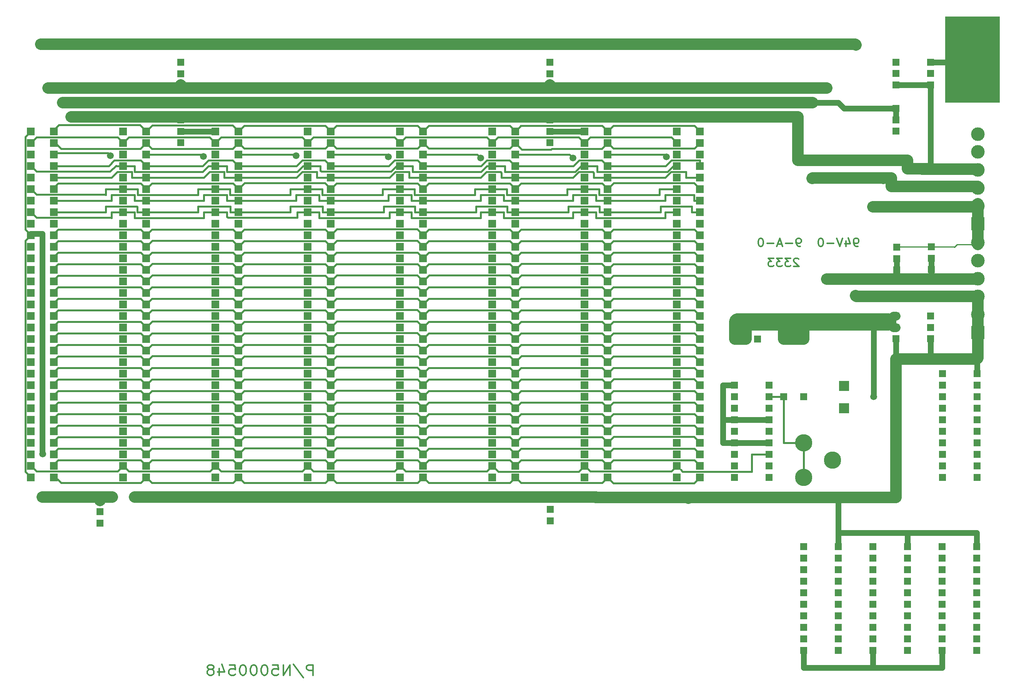
<source format=gbr>
%TF.GenerationSoftware,KiCad,Pcbnew,7.0.5*%
%TF.CreationDate,2023-08-20T22:51:28-05:00*%
%TF.ProjectId,ibm5161-backplane,69626d35-3136-4312-9d62-61636b706c61,rev?*%
%TF.SameCoordinates,Original*%
%TF.FileFunction,Copper,L2,Bot*%
%TF.FilePolarity,Positive*%
%FSLAX46Y46*%
G04 Gerber Fmt 4.6, Leading zero omitted, Abs format (unit mm)*
G04 Created by KiCad (PCBNEW 7.0.5) date 2023-08-20 22:51:28*
%MOMM*%
%LPD*%
G01*
G04 APERTURE LIST*
%ADD10C,0.300000*%
%TA.AperFunction,NonConductor*%
%ADD11C,0.300000*%
%TD*%
%TA.AperFunction,ComponentPad*%
%ADD12R,1.600000X1.600000*%
%TD*%
%TA.AperFunction,ComponentPad*%
%ADD13R,1.700000X1.700000*%
%TD*%
%TA.AperFunction,ComponentPad*%
%ADD14R,12.000000X19.000000*%
%TD*%
%TA.AperFunction,ComponentPad*%
%ADD15C,3.810000*%
%TD*%
%TA.AperFunction,ComponentPad*%
%ADD16C,3.000000*%
%TD*%
%TA.AperFunction,ComponentPad*%
%ADD17R,3.000000X3.000000*%
%TD*%
%TA.AperFunction,ComponentPad*%
%ADD18R,2.300000X2.300000*%
%TD*%
%TA.AperFunction,ViaPad*%
%ADD19C,1.500000*%
%TD*%
%TA.AperFunction,ViaPad*%
%ADD20C,2.500000*%
%TD*%
%TA.AperFunction,ViaPad*%
%ADD21C,1.000000*%
%TD*%
%TA.AperFunction,ViaPad*%
%ADD22C,2.000000*%
%TD*%
%TA.AperFunction,Conductor*%
%ADD23C,0.254000*%
%TD*%
%TA.AperFunction,Conductor*%
%ADD24C,1.270000*%
%TD*%
%TA.AperFunction,Conductor*%
%ADD25C,2.540000*%
%TD*%
%TA.AperFunction,Conductor*%
%ADD26C,0.381000*%
%TD*%
%TA.AperFunction,Conductor*%
%ADD27C,3.810000*%
%TD*%
%TA.AperFunction,Conductor*%
%ADD28C,1.905000*%
%TD*%
%TA.AperFunction,Conductor*%
%ADD29C,0.762000*%
%TD*%
G04 APERTURE END LIST*
D10*
D11*
X94310174Y-163434123D02*
X94310174Y-161134123D01*
X94310174Y-161134123D02*
X93361603Y-161134123D01*
X93361603Y-161134123D02*
X93124460Y-161243647D01*
X93124460Y-161243647D02*
X93005889Y-161353171D01*
X93005889Y-161353171D02*
X92887317Y-161572219D01*
X92887317Y-161572219D02*
X92887317Y-161900790D01*
X92887317Y-161900790D02*
X93005889Y-162119838D01*
X93005889Y-162119838D02*
X93124460Y-162229361D01*
X93124460Y-162229361D02*
X93361603Y-162338885D01*
X93361603Y-162338885D02*
X94310174Y-162338885D01*
X90041603Y-161024600D02*
X92175889Y-163981742D01*
X89211603Y-163434123D02*
X89211603Y-161134123D01*
X89211603Y-161134123D02*
X87788746Y-163434123D01*
X87788746Y-163434123D02*
X87788746Y-161134123D01*
X85417318Y-161134123D02*
X86603032Y-161134123D01*
X86603032Y-161134123D02*
X86721604Y-162229361D01*
X86721604Y-162229361D02*
X86603032Y-162119838D01*
X86603032Y-162119838D02*
X86365890Y-162010314D01*
X86365890Y-162010314D02*
X85773032Y-162010314D01*
X85773032Y-162010314D02*
X85535890Y-162119838D01*
X85535890Y-162119838D02*
X85417318Y-162229361D01*
X85417318Y-162229361D02*
X85298747Y-162448409D01*
X85298747Y-162448409D02*
X85298747Y-162996028D01*
X85298747Y-162996028D02*
X85417318Y-163215076D01*
X85417318Y-163215076D02*
X85535890Y-163324600D01*
X85535890Y-163324600D02*
X85773032Y-163434123D01*
X85773032Y-163434123D02*
X86365890Y-163434123D01*
X86365890Y-163434123D02*
X86603032Y-163324600D01*
X86603032Y-163324600D02*
X86721604Y-163215076D01*
X83757318Y-161134123D02*
X83520175Y-161134123D01*
X83520175Y-161134123D02*
X83283032Y-161243647D01*
X83283032Y-161243647D02*
X83164461Y-161353171D01*
X83164461Y-161353171D02*
X83045889Y-161572219D01*
X83045889Y-161572219D02*
X82927318Y-162010314D01*
X82927318Y-162010314D02*
X82927318Y-162557933D01*
X82927318Y-162557933D02*
X83045889Y-162996028D01*
X83045889Y-162996028D02*
X83164461Y-163215076D01*
X83164461Y-163215076D02*
X83283032Y-163324600D01*
X83283032Y-163324600D02*
X83520175Y-163434123D01*
X83520175Y-163434123D02*
X83757318Y-163434123D01*
X83757318Y-163434123D02*
X83994461Y-163324600D01*
X83994461Y-163324600D02*
X84113032Y-163215076D01*
X84113032Y-163215076D02*
X84231603Y-162996028D01*
X84231603Y-162996028D02*
X84350175Y-162557933D01*
X84350175Y-162557933D02*
X84350175Y-162010314D01*
X84350175Y-162010314D02*
X84231603Y-161572219D01*
X84231603Y-161572219D02*
X84113032Y-161353171D01*
X84113032Y-161353171D02*
X83994461Y-161243647D01*
X83994461Y-161243647D02*
X83757318Y-161134123D01*
X81385889Y-161134123D02*
X81148746Y-161134123D01*
X81148746Y-161134123D02*
X80911603Y-161243647D01*
X80911603Y-161243647D02*
X80793032Y-161353171D01*
X80793032Y-161353171D02*
X80674460Y-161572219D01*
X80674460Y-161572219D02*
X80555889Y-162010314D01*
X80555889Y-162010314D02*
X80555889Y-162557933D01*
X80555889Y-162557933D02*
X80674460Y-162996028D01*
X80674460Y-162996028D02*
X80793032Y-163215076D01*
X80793032Y-163215076D02*
X80911603Y-163324600D01*
X80911603Y-163324600D02*
X81148746Y-163434123D01*
X81148746Y-163434123D02*
X81385889Y-163434123D01*
X81385889Y-163434123D02*
X81623032Y-163324600D01*
X81623032Y-163324600D02*
X81741603Y-163215076D01*
X81741603Y-163215076D02*
X81860174Y-162996028D01*
X81860174Y-162996028D02*
X81978746Y-162557933D01*
X81978746Y-162557933D02*
X81978746Y-162010314D01*
X81978746Y-162010314D02*
X81860174Y-161572219D01*
X81860174Y-161572219D02*
X81741603Y-161353171D01*
X81741603Y-161353171D02*
X81623032Y-161243647D01*
X81623032Y-161243647D02*
X81385889Y-161134123D01*
X79014460Y-161134123D02*
X78777317Y-161134123D01*
X78777317Y-161134123D02*
X78540174Y-161243647D01*
X78540174Y-161243647D02*
X78421603Y-161353171D01*
X78421603Y-161353171D02*
X78303031Y-161572219D01*
X78303031Y-161572219D02*
X78184460Y-162010314D01*
X78184460Y-162010314D02*
X78184460Y-162557933D01*
X78184460Y-162557933D02*
X78303031Y-162996028D01*
X78303031Y-162996028D02*
X78421603Y-163215076D01*
X78421603Y-163215076D02*
X78540174Y-163324600D01*
X78540174Y-163324600D02*
X78777317Y-163434123D01*
X78777317Y-163434123D02*
X79014460Y-163434123D01*
X79014460Y-163434123D02*
X79251603Y-163324600D01*
X79251603Y-163324600D02*
X79370174Y-163215076D01*
X79370174Y-163215076D02*
X79488745Y-162996028D01*
X79488745Y-162996028D02*
X79607317Y-162557933D01*
X79607317Y-162557933D02*
X79607317Y-162010314D01*
X79607317Y-162010314D02*
X79488745Y-161572219D01*
X79488745Y-161572219D02*
X79370174Y-161353171D01*
X79370174Y-161353171D02*
X79251603Y-161243647D01*
X79251603Y-161243647D02*
X79014460Y-161134123D01*
X75931602Y-161134123D02*
X77117316Y-161134123D01*
X77117316Y-161134123D02*
X77235888Y-162229361D01*
X77235888Y-162229361D02*
X77117316Y-162119838D01*
X77117316Y-162119838D02*
X76880174Y-162010314D01*
X76880174Y-162010314D02*
X76287316Y-162010314D01*
X76287316Y-162010314D02*
X76050174Y-162119838D01*
X76050174Y-162119838D02*
X75931602Y-162229361D01*
X75931602Y-162229361D02*
X75813031Y-162448409D01*
X75813031Y-162448409D02*
X75813031Y-162996028D01*
X75813031Y-162996028D02*
X75931602Y-163215076D01*
X75931602Y-163215076D02*
X76050174Y-163324600D01*
X76050174Y-163324600D02*
X76287316Y-163434123D01*
X76287316Y-163434123D02*
X76880174Y-163434123D01*
X76880174Y-163434123D02*
X77117316Y-163324600D01*
X77117316Y-163324600D02*
X77235888Y-163215076D01*
X73678745Y-161900790D02*
X73678745Y-163434123D01*
X74271602Y-161024600D02*
X74864459Y-162667457D01*
X74864459Y-162667457D02*
X73323030Y-162667457D01*
X72018744Y-162119838D02*
X72255887Y-162010314D01*
X72255887Y-162010314D02*
X72374458Y-161900790D01*
X72374458Y-161900790D02*
X72493030Y-161681742D01*
X72493030Y-161681742D02*
X72493030Y-161572219D01*
X72493030Y-161572219D02*
X72374458Y-161353171D01*
X72374458Y-161353171D02*
X72255887Y-161243647D01*
X72255887Y-161243647D02*
X72018744Y-161134123D01*
X72018744Y-161134123D02*
X71544458Y-161134123D01*
X71544458Y-161134123D02*
X71307316Y-161243647D01*
X71307316Y-161243647D02*
X71188744Y-161353171D01*
X71188744Y-161353171D02*
X71070173Y-161572219D01*
X71070173Y-161572219D02*
X71070173Y-161681742D01*
X71070173Y-161681742D02*
X71188744Y-161900790D01*
X71188744Y-161900790D02*
X71307316Y-162010314D01*
X71307316Y-162010314D02*
X71544458Y-162119838D01*
X71544458Y-162119838D02*
X72018744Y-162119838D01*
X72018744Y-162119838D02*
X72255887Y-162229361D01*
X72255887Y-162229361D02*
X72374458Y-162338885D01*
X72374458Y-162338885D02*
X72493030Y-162557933D01*
X72493030Y-162557933D02*
X72493030Y-162996028D01*
X72493030Y-162996028D02*
X72374458Y-163215076D01*
X72374458Y-163215076D02*
X72255887Y-163324600D01*
X72255887Y-163324600D02*
X72018744Y-163434123D01*
X72018744Y-163434123D02*
X71544458Y-163434123D01*
X71544458Y-163434123D02*
X71307316Y-163324600D01*
X71307316Y-163324600D02*
X71188744Y-163215076D01*
X71188744Y-163215076D02*
X71070173Y-162996028D01*
X71070173Y-162996028D02*
X71070173Y-162557933D01*
X71070173Y-162557933D02*
X71188744Y-162338885D01*
X71188744Y-162338885D02*
X71307316Y-162229361D01*
X71307316Y-162229361D02*
X71544458Y-162119838D01*
D10*
D11*
X201635489Y-69007314D02*
X201264060Y-69007314D01*
X201264060Y-69007314D02*
X201078346Y-68921600D01*
X201078346Y-68921600D02*
X200985489Y-68835885D01*
X200985489Y-68835885D02*
X200799774Y-68578742D01*
X200799774Y-68578742D02*
X200706917Y-68235885D01*
X200706917Y-68235885D02*
X200706917Y-67550171D01*
X200706917Y-67550171D02*
X200799774Y-67378742D01*
X200799774Y-67378742D02*
X200892632Y-67293028D01*
X200892632Y-67293028D02*
X201078346Y-67207314D01*
X201078346Y-67207314D02*
X201449774Y-67207314D01*
X201449774Y-67207314D02*
X201635489Y-67293028D01*
X201635489Y-67293028D02*
X201728346Y-67378742D01*
X201728346Y-67378742D02*
X201821203Y-67550171D01*
X201821203Y-67550171D02*
X201821203Y-67978742D01*
X201821203Y-67978742D02*
X201728346Y-68150171D01*
X201728346Y-68150171D02*
X201635489Y-68235885D01*
X201635489Y-68235885D02*
X201449774Y-68321600D01*
X201449774Y-68321600D02*
X201078346Y-68321600D01*
X201078346Y-68321600D02*
X200892632Y-68235885D01*
X200892632Y-68235885D02*
X200799774Y-68150171D01*
X200799774Y-68150171D02*
X200706917Y-67978742D01*
X199871203Y-68321600D02*
X198385489Y-68321600D01*
X197549774Y-68493028D02*
X196621203Y-68493028D01*
X197735488Y-69007314D02*
X197085488Y-67207314D01*
X197085488Y-67207314D02*
X196435488Y-69007314D01*
X195785488Y-68321600D02*
X194299774Y-68321600D01*
X192999773Y-67207314D02*
X192814059Y-67207314D01*
X192814059Y-67207314D02*
X192628345Y-67293028D01*
X192628345Y-67293028D02*
X192535488Y-67378742D01*
X192535488Y-67378742D02*
X192442630Y-67550171D01*
X192442630Y-67550171D02*
X192349773Y-67893028D01*
X192349773Y-67893028D02*
X192349773Y-68321600D01*
X192349773Y-68321600D02*
X192442630Y-68664457D01*
X192442630Y-68664457D02*
X192535488Y-68835885D01*
X192535488Y-68835885D02*
X192628345Y-68921600D01*
X192628345Y-68921600D02*
X192814059Y-69007314D01*
X192814059Y-69007314D02*
X192999773Y-69007314D01*
X192999773Y-69007314D02*
X193185488Y-68921600D01*
X193185488Y-68921600D02*
X193278345Y-68835885D01*
X193278345Y-68835885D02*
X193371202Y-68664457D01*
X193371202Y-68664457D02*
X193464059Y-68321600D01*
X193464059Y-68321600D02*
X193464059Y-67893028D01*
X193464059Y-67893028D02*
X193371202Y-67550171D01*
X193371202Y-67550171D02*
X193278345Y-67378742D01*
X193278345Y-67378742D02*
X193185488Y-67293028D01*
X193185488Y-67293028D02*
X192999773Y-67207314D01*
D10*
D11*
X201262403Y-71747542D02*
X201169546Y-71661828D01*
X201169546Y-71661828D02*
X200983832Y-71576114D01*
X200983832Y-71576114D02*
X200519546Y-71576114D01*
X200519546Y-71576114D02*
X200333832Y-71661828D01*
X200333832Y-71661828D02*
X200240974Y-71747542D01*
X200240974Y-71747542D02*
X200148117Y-71918971D01*
X200148117Y-71918971D02*
X200148117Y-72090400D01*
X200148117Y-72090400D02*
X200240974Y-72347542D01*
X200240974Y-72347542D02*
X201355260Y-73376114D01*
X201355260Y-73376114D02*
X200148117Y-73376114D01*
X199498117Y-71576114D02*
X198290974Y-71576114D01*
X198290974Y-71576114D02*
X198940974Y-72261828D01*
X198940974Y-72261828D02*
X198662403Y-72261828D01*
X198662403Y-72261828D02*
X198476689Y-72347542D01*
X198476689Y-72347542D02*
X198383831Y-72433257D01*
X198383831Y-72433257D02*
X198290974Y-72604685D01*
X198290974Y-72604685D02*
X198290974Y-73033257D01*
X198290974Y-73033257D02*
X198383831Y-73204685D01*
X198383831Y-73204685D02*
X198476689Y-73290400D01*
X198476689Y-73290400D02*
X198662403Y-73376114D01*
X198662403Y-73376114D02*
X199219546Y-73376114D01*
X199219546Y-73376114D02*
X199405260Y-73290400D01*
X199405260Y-73290400D02*
X199498117Y-73204685D01*
X197640974Y-71576114D02*
X196433831Y-71576114D01*
X196433831Y-71576114D02*
X197083831Y-72261828D01*
X197083831Y-72261828D02*
X196805260Y-72261828D01*
X196805260Y-72261828D02*
X196619546Y-72347542D01*
X196619546Y-72347542D02*
X196526688Y-72433257D01*
X196526688Y-72433257D02*
X196433831Y-72604685D01*
X196433831Y-72604685D02*
X196433831Y-73033257D01*
X196433831Y-73033257D02*
X196526688Y-73204685D01*
X196526688Y-73204685D02*
X196619546Y-73290400D01*
X196619546Y-73290400D02*
X196805260Y-73376114D01*
X196805260Y-73376114D02*
X197362403Y-73376114D01*
X197362403Y-73376114D02*
X197548117Y-73290400D01*
X197548117Y-73290400D02*
X197640974Y-73204685D01*
X195783831Y-71576114D02*
X194576688Y-71576114D01*
X194576688Y-71576114D02*
X195226688Y-72261828D01*
X195226688Y-72261828D02*
X194948117Y-72261828D01*
X194948117Y-72261828D02*
X194762403Y-72347542D01*
X194762403Y-72347542D02*
X194669545Y-72433257D01*
X194669545Y-72433257D02*
X194576688Y-72604685D01*
X194576688Y-72604685D02*
X194576688Y-73033257D01*
X194576688Y-73033257D02*
X194669545Y-73204685D01*
X194669545Y-73204685D02*
X194762403Y-73290400D01*
X194762403Y-73290400D02*
X194948117Y-73376114D01*
X194948117Y-73376114D02*
X195505260Y-73376114D01*
X195505260Y-73376114D02*
X195690974Y-73290400D01*
X195690974Y-73290400D02*
X195783831Y-73204685D01*
D10*
D11*
X214284689Y-69007314D02*
X213913260Y-69007314D01*
X213913260Y-69007314D02*
X213727546Y-68921600D01*
X213727546Y-68921600D02*
X213634689Y-68835885D01*
X213634689Y-68835885D02*
X213448974Y-68578742D01*
X213448974Y-68578742D02*
X213356117Y-68235885D01*
X213356117Y-68235885D02*
X213356117Y-67550171D01*
X213356117Y-67550171D02*
X213448974Y-67378742D01*
X213448974Y-67378742D02*
X213541832Y-67293028D01*
X213541832Y-67293028D02*
X213727546Y-67207314D01*
X213727546Y-67207314D02*
X214098974Y-67207314D01*
X214098974Y-67207314D02*
X214284689Y-67293028D01*
X214284689Y-67293028D02*
X214377546Y-67378742D01*
X214377546Y-67378742D02*
X214470403Y-67550171D01*
X214470403Y-67550171D02*
X214470403Y-67978742D01*
X214470403Y-67978742D02*
X214377546Y-68150171D01*
X214377546Y-68150171D02*
X214284689Y-68235885D01*
X214284689Y-68235885D02*
X214098974Y-68321600D01*
X214098974Y-68321600D02*
X213727546Y-68321600D01*
X213727546Y-68321600D02*
X213541832Y-68235885D01*
X213541832Y-68235885D02*
X213448974Y-68150171D01*
X213448974Y-68150171D02*
X213356117Y-67978742D01*
X211684689Y-67807314D02*
X211684689Y-69007314D01*
X212148974Y-67121600D02*
X212613260Y-68407314D01*
X212613260Y-68407314D02*
X211406117Y-68407314D01*
X210941831Y-67207314D02*
X210291831Y-69007314D01*
X210291831Y-69007314D02*
X209641831Y-67207314D01*
X208991831Y-68321600D02*
X207506117Y-68321600D01*
X206206116Y-67207314D02*
X206020402Y-67207314D01*
X206020402Y-67207314D02*
X205834688Y-67293028D01*
X205834688Y-67293028D02*
X205741831Y-67378742D01*
X205741831Y-67378742D02*
X205648973Y-67550171D01*
X205648973Y-67550171D02*
X205556116Y-67893028D01*
X205556116Y-67893028D02*
X205556116Y-68321600D01*
X205556116Y-68321600D02*
X205648973Y-68664457D01*
X205648973Y-68664457D02*
X205741831Y-68835885D01*
X205741831Y-68835885D02*
X205834688Y-68921600D01*
X205834688Y-68921600D02*
X206020402Y-69007314D01*
X206020402Y-69007314D02*
X206206116Y-69007314D01*
X206206116Y-69007314D02*
X206391831Y-68921600D01*
X206391831Y-68921600D02*
X206484688Y-68835885D01*
X206484688Y-68835885D02*
X206577545Y-68664457D01*
X206577545Y-68664457D02*
X206670402Y-68321600D01*
X206670402Y-68321600D02*
X206670402Y-67893028D01*
X206670402Y-67893028D02*
X206577545Y-67550171D01*
X206577545Y-67550171D02*
X206484688Y-67378742D01*
X206484688Y-67378742D02*
X206391831Y-67293028D01*
X206391831Y-67293028D02*
X206206116Y-67207314D01*
D12*
%TO.P,C9,1*%
%TO.N,+12V*%
X146510000Y-41100000D03*
%TO.P,C9,2*%
%TO.N,GNDREF*%
X146510000Y-46100000D03*
%TO.P,C9,3*%
X146510000Y-43640000D03*
%TD*%
D13*
%TO.P,J7,1,GND*%
%TO.N,GNDREF*%
X154130000Y-43640000D03*
%TO.P,J7,2,RESET*%
%TO.N,/RESET*%
X154130000Y-46180000D03*
%TO.P,J7,3,VCC*%
%TO.N,+5V*%
X154130000Y-48720000D03*
%TO.P,J7,4,IRQ2*%
%TO.N,/IRQ2*%
X154130000Y-51260000D03*
%TO.P,J7,5,-5V*%
%TO.N,-5V*%
X154130000Y-53800000D03*
%TO.P,J7,6,DRQ2*%
%TO.N,/DRQ2*%
X154130000Y-56340000D03*
%TO.P,J7,7,-12V*%
%TO.N,-12V*%
X154130000Y-58880000D03*
%TO.P,J7,8,UNUSED*%
%TO.N,/~{CSEL}*%
X154130000Y-61420000D03*
%TO.P,J7,9,+12V*%
%TO.N,+12V*%
X154130000Y-63960000D03*
%TO.P,J7,10,GND*%
%TO.N,GNDREF*%
X154130000Y-66500000D03*
%TO.P,J7,11,~{SMEMW}*%
%TO.N,/~{SMEMW}*%
X154130000Y-69040000D03*
%TO.P,J7,12,~{SMEMR}*%
%TO.N,/~{SMEMR}*%
X154130000Y-71580000D03*
%TO.P,J7,13,~{IOW}*%
%TO.N,/~{IOW}*%
X154130000Y-74120000D03*
%TO.P,J7,14,~{IOR}*%
%TO.N,/~{IOR}*%
X154130000Y-76660000D03*
%TO.P,J7,15,~{DACK3}*%
%TO.N,/~{DACK3}*%
X154130000Y-79200000D03*
%TO.P,J7,16,DRQ3*%
%TO.N,/DRQ3*%
X154130000Y-81740000D03*
%TO.P,J7,17,~{DACK1}*%
%TO.N,/~{DACK1}*%
X154130000Y-84280000D03*
%TO.P,J7,18,DRQ1*%
%TO.N,/DRQ1*%
X154130000Y-86820000D03*
%TO.P,J7,19,~{DACK0}*%
%TO.N,/~{DACK0}*%
X154130000Y-89360000D03*
%TO.P,J7,20,CLK*%
%TO.N,/CLK*%
X154130000Y-91900000D03*
%TO.P,J7,21,IRQ7*%
%TO.N,/IRQ7*%
X154130000Y-94440000D03*
%TO.P,J7,22,IRQ6*%
%TO.N,/IRQ6*%
X154130000Y-96980000D03*
%TO.P,J7,23,IRQ5*%
%TO.N,/IRQ5*%
X154130000Y-99520000D03*
%TO.P,J7,24,IRQ4*%
%TO.N,/IRQ4*%
X154130000Y-102060000D03*
%TO.P,J7,25,IRQ3*%
%TO.N,/IRQ3*%
X154130000Y-104600000D03*
%TO.P,J7,26,~{DACK2}*%
%TO.N,/~{DACK2}*%
X154130000Y-107140000D03*
%TO.P,J7,27,TC*%
%TO.N,/TC*%
X154130000Y-109680000D03*
%TO.P,J7,28,ALE*%
%TO.N,/ALE*%
X154130000Y-112220000D03*
%TO.P,J7,29,VCC*%
%TO.N,+5V*%
X154130000Y-114760000D03*
%TO.P,J7,30,OSC*%
%TO.N,/OSC*%
X154130000Y-117300000D03*
%TO.P,J7,31,GND*%
%TO.N,GNDREF*%
X154130000Y-119840000D03*
%TO.P,J7,32,IO*%
%TO.N,/IO*%
X159210000Y-43640000D03*
%TO.P,J7,33,DB7*%
%TO.N,/DB7*%
X159210000Y-46180000D03*
%TO.P,J7,34,DB6*%
%TO.N,/DB6*%
X159210000Y-48720000D03*
%TO.P,J7,35,DB5*%
%TO.N,/DB5*%
X159210000Y-51260000D03*
%TO.P,J7,36,DB4*%
%TO.N,/DB4*%
X159210000Y-53800000D03*
%TO.P,J7,37,DB3*%
%TO.N,/DB3*%
X159210000Y-56340000D03*
%TO.P,J7,38,DB2*%
%TO.N,/DB2*%
X159210000Y-58880000D03*
%TO.P,J7,39,DB1*%
%TO.N,/DB1*%
X159210000Y-61420000D03*
%TO.P,J7,40,DB0*%
%TO.N,/DB0*%
X159210000Y-63960000D03*
%TO.P,J7,41,IO_READY*%
%TO.N,/IO_READY*%
X159210000Y-66500000D03*
%TO.P,J7,42,AEN*%
%TO.N,/AEN*%
X159210000Y-69040000D03*
%TO.P,J7,43,BA19*%
%TO.N,/BA19*%
X159210000Y-71580000D03*
%TO.P,J7,44,BA18*%
%TO.N,/BA18*%
X159210000Y-74120000D03*
%TO.P,J7,45,BA17*%
%TO.N,/BA17*%
X159210000Y-76660000D03*
%TO.P,J7,46,BA16*%
%TO.N,/BA16*%
X159210000Y-79200000D03*
%TO.P,J7,47,BA15*%
%TO.N,/BA15*%
X159210000Y-81740000D03*
%TO.P,J7,48,BA14*%
%TO.N,/BA14*%
X159210000Y-84280000D03*
%TO.P,J7,49,BA13*%
%TO.N,/BA13*%
X159210000Y-86820000D03*
%TO.P,J7,50,BA12*%
%TO.N,/BA12*%
X159210000Y-89360000D03*
%TO.P,J7,51,BA11*%
%TO.N,/BA11*%
X159210000Y-91900000D03*
%TO.P,J7,52,BA10*%
%TO.N,/BA10*%
X159210000Y-94440000D03*
%TO.P,J7,53,BA09*%
%TO.N,/BA09*%
X159210000Y-96980000D03*
%TO.P,J7,54,BA08*%
%TO.N,/BA08*%
X159210000Y-99520000D03*
%TO.P,J7,55,BA07*%
%TO.N,/BA07*%
X159210000Y-102060000D03*
%TO.P,J7,56,BA06*%
%TO.N,/BA06*%
X159210000Y-104600000D03*
%TO.P,J7,57,BA05*%
%TO.N,/BA05*%
X159210000Y-107140000D03*
%TO.P,J7,58,BA04*%
%TO.N,/BA04*%
X159210000Y-109680000D03*
%TO.P,J7,59,BA03*%
%TO.N,/BA03*%
X159210000Y-112220000D03*
%TO.P,J7,60,BA02*%
%TO.N,/BA02*%
X159210000Y-114760000D03*
%TO.P,J7,61,BA01*%
%TO.N,/BA01*%
X159210000Y-117300000D03*
%TO.P,J7,62,BA00*%
%TO.N,/BA00*%
X159210000Y-119840000D03*
%TD*%
%TO.P,J5,1,GND*%
%TO.N,GNDREF*%
X113490000Y-43640000D03*
%TO.P,J5,2,RESET*%
%TO.N,/RESET*%
X113490000Y-46180000D03*
%TO.P,J5,3,VCC*%
%TO.N,+5V*%
X113490000Y-48720000D03*
%TO.P,J5,4,IRQ2*%
%TO.N,/IRQ2*%
X113490000Y-51260000D03*
%TO.P,J5,5,-5V*%
%TO.N,-5V*%
X113490000Y-53800000D03*
%TO.P,J5,6,DRQ2*%
%TO.N,/DRQ2*%
X113490000Y-56340000D03*
%TO.P,J5,7,-12V*%
%TO.N,-12V*%
X113490000Y-58880000D03*
%TO.P,J5,8,UNUSED*%
%TO.N,/~{CSEL}*%
X113490000Y-61420000D03*
%TO.P,J5,9,+12V*%
%TO.N,+12V*%
X113490000Y-63960000D03*
%TO.P,J5,10,GND*%
%TO.N,GNDREF*%
X113490000Y-66500000D03*
%TO.P,J5,11,~{SMEMW}*%
%TO.N,/~{SMEMW}*%
X113490000Y-69040000D03*
%TO.P,J5,12,~{SMEMR}*%
%TO.N,/~{SMEMR}*%
X113490000Y-71580000D03*
%TO.P,J5,13,~{IOW}*%
%TO.N,/~{IOW}*%
X113490000Y-74120000D03*
%TO.P,J5,14,~{IOR}*%
%TO.N,/~{IOR}*%
X113490000Y-76660000D03*
%TO.P,J5,15,~{DACK3}*%
%TO.N,/~{DACK3}*%
X113490000Y-79200000D03*
%TO.P,J5,16,DRQ3*%
%TO.N,/DRQ3*%
X113490000Y-81740000D03*
%TO.P,J5,17,~{DACK1}*%
%TO.N,/~{DACK1}*%
X113490000Y-84280000D03*
%TO.P,J5,18,DRQ1*%
%TO.N,/DRQ1*%
X113490000Y-86820000D03*
%TO.P,J5,19,~{DACK0}*%
%TO.N,/~{DACK0}*%
X113490000Y-89360000D03*
%TO.P,J5,20,CLK*%
%TO.N,/CLK*%
X113490000Y-91900000D03*
%TO.P,J5,21,IRQ7*%
%TO.N,/IRQ7*%
X113490000Y-94440000D03*
%TO.P,J5,22,IRQ6*%
%TO.N,/IRQ6*%
X113490000Y-96980000D03*
%TO.P,J5,23,IRQ5*%
%TO.N,/IRQ5*%
X113490000Y-99520000D03*
%TO.P,J5,24,IRQ4*%
%TO.N,/IRQ4*%
X113490000Y-102060000D03*
%TO.P,J5,25,IRQ3*%
%TO.N,/IRQ3*%
X113490000Y-104600000D03*
%TO.P,J5,26,~{DACK2}*%
%TO.N,/~{DACK2}*%
X113490000Y-107140000D03*
%TO.P,J5,27,TC*%
%TO.N,/TC*%
X113490000Y-109680000D03*
%TO.P,J5,28,ALE*%
%TO.N,/ALE*%
X113490000Y-112220000D03*
%TO.P,J5,29,VCC*%
%TO.N,+5V*%
X113490000Y-114760000D03*
%TO.P,J5,30,OSC*%
%TO.N,/OSC*%
X113490000Y-117300000D03*
%TO.P,J5,31,GND*%
%TO.N,GNDREF*%
X113490000Y-119840000D03*
%TO.P,J5,32,IO*%
%TO.N,/IO*%
X118570000Y-43640000D03*
%TO.P,J5,33,DB7*%
%TO.N,/DB7*%
X118570000Y-46180000D03*
%TO.P,J5,34,DB6*%
%TO.N,/DB6*%
X118570000Y-48720000D03*
%TO.P,J5,35,DB5*%
%TO.N,/DB5*%
X118570000Y-51260000D03*
%TO.P,J5,36,DB4*%
%TO.N,/DB4*%
X118570000Y-53800000D03*
%TO.P,J5,37,DB3*%
%TO.N,/DB3*%
X118570000Y-56340000D03*
%TO.P,J5,38,DB2*%
%TO.N,/DB2*%
X118570000Y-58880000D03*
%TO.P,J5,39,DB1*%
%TO.N,/DB1*%
X118570000Y-61420000D03*
%TO.P,J5,40,DB0*%
%TO.N,/DB0*%
X118570000Y-63960000D03*
%TO.P,J5,41,IO_READY*%
%TO.N,/IO_READY*%
X118570000Y-66500000D03*
%TO.P,J5,42,AEN*%
%TO.N,/AEN*%
X118570000Y-69040000D03*
%TO.P,J5,43,BA19*%
%TO.N,/BA19*%
X118570000Y-71580000D03*
%TO.P,J5,44,BA18*%
%TO.N,/BA18*%
X118570000Y-74120000D03*
%TO.P,J5,45,BA17*%
%TO.N,/BA17*%
X118570000Y-76660000D03*
%TO.P,J5,46,BA16*%
%TO.N,/BA16*%
X118570000Y-79200000D03*
%TO.P,J5,47,BA15*%
%TO.N,/BA15*%
X118570000Y-81740000D03*
%TO.P,J5,48,BA14*%
%TO.N,/BA14*%
X118570000Y-84280000D03*
%TO.P,J5,49,BA13*%
%TO.N,/BA13*%
X118570000Y-86820000D03*
%TO.P,J5,50,BA12*%
%TO.N,/BA12*%
X118570000Y-89360000D03*
%TO.P,J5,51,BA11*%
%TO.N,/BA11*%
X118570000Y-91900000D03*
%TO.P,J5,52,BA10*%
%TO.N,/BA10*%
X118570000Y-94440000D03*
%TO.P,J5,53,BA09*%
%TO.N,/BA09*%
X118570000Y-96980000D03*
%TO.P,J5,54,BA08*%
%TO.N,/BA08*%
X118570000Y-99520000D03*
%TO.P,J5,55,BA07*%
%TO.N,/BA07*%
X118570000Y-102060000D03*
%TO.P,J5,56,BA06*%
%TO.N,/BA06*%
X118570000Y-104600000D03*
%TO.P,J5,57,BA05*%
%TO.N,/BA05*%
X118570000Y-107140000D03*
%TO.P,J5,58,BA04*%
%TO.N,/BA04*%
X118570000Y-109680000D03*
%TO.P,J5,59,BA03*%
%TO.N,/BA03*%
X118570000Y-112220000D03*
%TO.P,J5,60,BA02*%
%TO.N,/BA02*%
X118570000Y-114760000D03*
%TO.P,J5,61,BA01*%
%TO.N,/BA01*%
X118570000Y-117300000D03*
%TO.P,J5,62,BA00*%
%TO.N,/BA00*%
X118570000Y-119840000D03*
%TD*%
D12*
%TO.P,C12,1*%
%TO.N,GNDREF*%
X146510000Y-28400000D03*
%TO.P,C12,2*%
%TO.N,-5V*%
X146510000Y-33400000D03*
%TO.P,C12,3*%
%TO.N,GNDREF*%
X146510000Y-30940000D03*
%TD*%
%TO.P,C13,1*%
%TO.N,+5V*%
X192230000Y-89360000D03*
%TO.P,C13,2*%
%TO.N,GNDREF*%
X187230000Y-89360000D03*
%TO.P,C13,3*%
X189690000Y-89360000D03*
%TD*%
%TO.P,C5,1*%
%TO.N,GNDREF*%
X222862400Y-69120000D03*
%TO.P,C5,2*%
%TO.N,-5V*%
X222862400Y-74120000D03*
%TO.P,C5,3*%
X222862400Y-71660000D03*
%TD*%
%TO.P,C7,1*%
%TO.N,GNDREF*%
X222710000Y-84280000D03*
%TO.P,C7,2*%
%TO.N,+5V*%
X222710000Y-89280000D03*
%TO.P,C7,3*%
%TO.N,GNDREF*%
X222710000Y-86820000D03*
%TD*%
%TO.P,S1,1,Pin_1*%
%TO.N,unconnected-(S1-Pin_1-Pad1)*%
X232918000Y-96980000D03*
%TO.P,S1,2,Pin_2*%
%TO.N,unconnected-(S1-Pin_2-Pad2)*%
X232918000Y-99520000D03*
%TO.P,S1,3,Pin_3*%
%TO.N,unconnected-(S1-Pin_3-Pad3)*%
X232918000Y-102060000D03*
%TO.P,S1,4,Pin_4*%
%TO.N,unconnected-(S1-Pin_4-Pad4)*%
X232918000Y-104600000D03*
%TO.P,S1,5,Pin_5*%
%TO.N,unconnected-(S1-Pin_5-Pad5)*%
X232918000Y-107140000D03*
%TO.P,S1,6,Pin_6*%
%TO.N,unconnected-(S1-Pin_6-Pad6)*%
X232918000Y-109680000D03*
%TO.P,S1,7,Pin_7*%
%TO.N,unconnected-(S1-Pin_7-Pad7)*%
X232918000Y-112220000D03*
%TO.P,S1,8,Pin_8*%
%TO.N,unconnected-(S1-Pin_8-Pad8)*%
X232918000Y-114760000D03*
%TO.P,S1,9,Pin_9*%
%TO.N,unconnected-(S1-Pin_9-Pad9)*%
X232918000Y-117300000D03*
%TO.P,S1,10,Pin_10*%
%TO.N,GNDREF*%
X232918000Y-119840000D03*
%TO.P,S1,11,Pin_11*%
%TO.N,unconnected-(S1-Pin_11-Pad11)*%
X240538000Y-119840000D03*
%TO.P,S1,12,Pin_12*%
%TO.N,unconnected-(S1-Pin_12-Pad12)*%
X240538000Y-117300000D03*
%TO.P,S1,13,Pin_13*%
%TO.N,unconnected-(S1-Pin_13-Pad13)*%
X240538000Y-114760000D03*
%TO.P,S1,14,Pin_14*%
%TO.N,unconnected-(S1-Pin_14-Pad14)*%
X240538000Y-112220000D03*
%TO.P,S1,15,Pin_15*%
%TO.N,unconnected-(S1-Pin_15-Pad15)*%
X240538000Y-109680000D03*
%TO.P,S1,16,Pin_16*%
%TO.N,unconnected-(S1-Pin_16-Pad16)*%
X240538000Y-107140000D03*
%TO.P,S1,17,Pin_17*%
%TO.N,unconnected-(S1-Pin_17-Pad17)*%
X240538000Y-104600000D03*
%TO.P,S1,18,Pin_18*%
%TO.N,unconnected-(S1-Pin_18-Pad18)*%
X240538000Y-102060000D03*
%TO.P,S1,19,Pin_19*%
%TO.N,unconnected-(S1-Pin_19-Pad19)*%
X240538000Y-99520000D03*
%TO.P,S1,20,Pin_20*%
%TO.N,+5V*%
X240538000Y-96980000D03*
%TD*%
D13*
%TO.P,J4,1,GND*%
%TO.N,GNDREF*%
X93170000Y-43640000D03*
%TO.P,J4,2,RESET*%
%TO.N,/RESET*%
X93170000Y-46180000D03*
%TO.P,J4,3,VCC*%
%TO.N,+5V*%
X93170000Y-48720000D03*
%TO.P,J4,4,IRQ2*%
%TO.N,/IRQ2*%
X93170000Y-51260000D03*
%TO.P,J4,5,-5V*%
%TO.N,-5V*%
X93170000Y-53800000D03*
%TO.P,J4,6,DRQ2*%
%TO.N,/DRQ2*%
X93170000Y-56340000D03*
%TO.P,J4,7,-12V*%
%TO.N,-12V*%
X93170000Y-58880000D03*
%TO.P,J4,8,UNUSED*%
%TO.N,/~{CSEL}*%
X93170000Y-61420000D03*
%TO.P,J4,9,+12V*%
%TO.N,+12V*%
X93170000Y-63960000D03*
%TO.P,J4,10,GND*%
%TO.N,GNDREF*%
X93170000Y-66500000D03*
%TO.P,J4,11,~{SMEMW}*%
%TO.N,/~{SMEMW}*%
X93170000Y-69040000D03*
%TO.P,J4,12,~{SMEMR}*%
%TO.N,/~{SMEMR}*%
X93170000Y-71580000D03*
%TO.P,J4,13,~{IOW}*%
%TO.N,/~{IOW}*%
X93170000Y-74120000D03*
%TO.P,J4,14,~{IOR}*%
%TO.N,/~{IOR}*%
X93170000Y-76660000D03*
%TO.P,J4,15,~{DACK3}*%
%TO.N,/~{DACK3}*%
X93170000Y-79200000D03*
%TO.P,J4,16,DRQ3*%
%TO.N,/DRQ3*%
X93170000Y-81740000D03*
%TO.P,J4,17,~{DACK1}*%
%TO.N,/~{DACK1}*%
X93170000Y-84280000D03*
%TO.P,J4,18,DRQ1*%
%TO.N,/DRQ1*%
X93170000Y-86820000D03*
%TO.P,J4,19,~{DACK0}*%
%TO.N,/~{DACK0}*%
X93170000Y-89360000D03*
%TO.P,J4,20,CLK*%
%TO.N,/CLK*%
X93170000Y-91900000D03*
%TO.P,J4,21,IRQ7*%
%TO.N,/IRQ7*%
X93170000Y-94440000D03*
%TO.P,J4,22,IRQ6*%
%TO.N,/IRQ6*%
X93170000Y-96980000D03*
%TO.P,J4,23,IRQ5*%
%TO.N,/IRQ5*%
X93170000Y-99520000D03*
%TO.P,J4,24,IRQ4*%
%TO.N,/IRQ4*%
X93170000Y-102060000D03*
%TO.P,J4,25,IRQ3*%
%TO.N,/IRQ3*%
X93170000Y-104600000D03*
%TO.P,J4,26,~{DACK2}*%
%TO.N,/~{DACK2}*%
X93170000Y-107140000D03*
%TO.P,J4,27,TC*%
%TO.N,/TC*%
X93170000Y-109680000D03*
%TO.P,J4,28,ALE*%
%TO.N,/ALE*%
X93170000Y-112220000D03*
%TO.P,J4,29,VCC*%
%TO.N,+5V*%
X93170000Y-114760000D03*
%TO.P,J4,30,OSC*%
%TO.N,/OSC*%
X93170000Y-117300000D03*
%TO.P,J4,31,GND*%
%TO.N,GNDREF*%
X93170000Y-119840000D03*
%TO.P,J4,32,IO*%
%TO.N,/IO*%
X98250000Y-43640000D03*
%TO.P,J4,33,DB7*%
%TO.N,/DB7*%
X98250000Y-46180000D03*
%TO.P,J4,34,DB6*%
%TO.N,/DB6*%
X98250000Y-48720000D03*
%TO.P,J4,35,DB5*%
%TO.N,/DB5*%
X98250000Y-51260000D03*
%TO.P,J4,36,DB4*%
%TO.N,/DB4*%
X98250000Y-53800000D03*
%TO.P,J4,37,DB3*%
%TO.N,/DB3*%
X98250000Y-56340000D03*
%TO.P,J4,38,DB2*%
%TO.N,/DB2*%
X98250000Y-58880000D03*
%TO.P,J4,39,DB1*%
%TO.N,/DB1*%
X98250000Y-61420000D03*
%TO.P,J4,40,DB0*%
%TO.N,/DB0*%
X98250000Y-63960000D03*
%TO.P,J4,41,IO_READY*%
%TO.N,/IO_READY*%
X98250000Y-66500000D03*
%TO.P,J4,42,AEN*%
%TO.N,/AEN*%
X98250000Y-69040000D03*
%TO.P,J4,43,BA19*%
%TO.N,/BA19*%
X98250000Y-71580000D03*
%TO.P,J4,44,BA18*%
%TO.N,/BA18*%
X98250000Y-74120000D03*
%TO.P,J4,45,BA17*%
%TO.N,/BA17*%
X98250000Y-76660000D03*
%TO.P,J4,46,BA16*%
%TO.N,/BA16*%
X98250000Y-79200000D03*
%TO.P,J4,47,BA15*%
%TO.N,/BA15*%
X98250000Y-81740000D03*
%TO.P,J4,48,BA14*%
%TO.N,/BA14*%
X98250000Y-84280000D03*
%TO.P,J4,49,BA13*%
%TO.N,/BA13*%
X98250000Y-86820000D03*
%TO.P,J4,50,BA12*%
%TO.N,/BA12*%
X98250000Y-89360000D03*
%TO.P,J4,51,BA11*%
%TO.N,/BA11*%
X98250000Y-91900000D03*
%TO.P,J4,52,BA10*%
%TO.N,/BA10*%
X98250000Y-94440000D03*
%TO.P,J4,53,BA09*%
%TO.N,/BA09*%
X98250000Y-96980000D03*
%TO.P,J4,54,BA08*%
%TO.N,/BA08*%
X98250000Y-99520000D03*
%TO.P,J4,55,BA07*%
%TO.N,/BA07*%
X98250000Y-102060000D03*
%TO.P,J4,56,BA06*%
%TO.N,/BA06*%
X98250000Y-104600000D03*
%TO.P,J4,57,BA05*%
%TO.N,/BA05*%
X98250000Y-107140000D03*
%TO.P,J4,58,BA04*%
%TO.N,/BA04*%
X98250000Y-109680000D03*
%TO.P,J4,59,BA03*%
%TO.N,/BA03*%
X98250000Y-112220000D03*
%TO.P,J4,60,BA02*%
%TO.N,/BA02*%
X98250000Y-114760000D03*
%TO.P,J4,61,BA01*%
%TO.N,/BA01*%
X98250000Y-117300000D03*
%TO.P,J4,62,BA00*%
%TO.N,/BA00*%
X98250000Y-119840000D03*
%TD*%
%TO.P,J1,1,GND*%
%TO.N,GNDREF*%
X32210000Y-43640000D03*
%TO.P,J1,2,RESET*%
%TO.N,/RESET*%
X32210000Y-46180000D03*
%TO.P,J1,3,VCC*%
%TO.N,+5V*%
X32210000Y-48720000D03*
%TO.P,J1,4,IRQ2*%
%TO.N,/IRQ2*%
X32210000Y-51260000D03*
%TO.P,J1,5,-5V*%
%TO.N,-5V*%
X32210000Y-53800000D03*
%TO.P,J1,6,DRQ2*%
%TO.N,/DRQ2*%
X32210000Y-56340000D03*
%TO.P,J1,7,-12V*%
%TO.N,-12V*%
X32210000Y-58880000D03*
%TO.P,J1,8,UNUSED*%
%TO.N,/~{CSEL}*%
X32210000Y-61420000D03*
%TO.P,J1,9,+12V*%
%TO.N,+12V*%
X32210000Y-63960000D03*
%TO.P,J1,10,GND*%
%TO.N,GNDREF*%
X32210000Y-66500000D03*
%TO.P,J1,11,~{SMEMW}*%
%TO.N,/~{SMEMW}*%
X32210000Y-69040000D03*
%TO.P,J1,12,~{SMEMR}*%
%TO.N,/~{SMEMR}*%
X32210000Y-71580000D03*
%TO.P,J1,13,~{IOW}*%
%TO.N,/~{IOW}*%
X32210000Y-74120000D03*
%TO.P,J1,14,~{IOR}*%
%TO.N,/~{IOR}*%
X32210000Y-76660000D03*
%TO.P,J1,15,~{DACK3}*%
%TO.N,/~{DACK3}*%
X32210000Y-79200000D03*
%TO.P,J1,16,DRQ3*%
%TO.N,/DRQ3*%
X32210000Y-81740000D03*
%TO.P,J1,17,~{DACK1}*%
%TO.N,/~{DACK1}*%
X32210000Y-84280000D03*
%TO.P,J1,18,DRQ1*%
%TO.N,/DRQ1*%
X32210000Y-86820000D03*
%TO.P,J1,19,~{DACK0}*%
%TO.N,/~{DACK0}*%
X32210000Y-89360000D03*
%TO.P,J1,20,CLK*%
%TO.N,/CLK*%
X32210000Y-91900000D03*
%TO.P,J1,21,IRQ7*%
%TO.N,/IRQ7*%
X32210000Y-94440000D03*
%TO.P,J1,22,IRQ6*%
%TO.N,/IRQ6*%
X32210000Y-96980000D03*
%TO.P,J1,23,IRQ5*%
%TO.N,/IRQ5*%
X32210000Y-99520000D03*
%TO.P,J1,24,IRQ4*%
%TO.N,/IRQ4*%
X32210000Y-102060000D03*
%TO.P,J1,25,IRQ3*%
%TO.N,/IRQ3*%
X32210000Y-104600000D03*
%TO.P,J1,26,~{DACK2}*%
%TO.N,/~{DACK2}*%
X32210000Y-107140000D03*
%TO.P,J1,27,TC*%
%TO.N,/TC*%
X32210000Y-109680000D03*
%TO.P,J1,28,ALE*%
%TO.N,/ALE*%
X32210000Y-112220000D03*
%TO.P,J1,29,VCC*%
%TO.N,+5V*%
X32210000Y-114760000D03*
%TO.P,J1,30,OSC*%
%TO.N,/OSC*%
X32210000Y-117300000D03*
%TO.P,J1,31,GND*%
%TO.N,GNDREF*%
X32210000Y-119840000D03*
%TO.P,J1,32,IO*%
%TO.N,/IO*%
X37290000Y-43640000D03*
%TO.P,J1,33,DB7*%
%TO.N,/DB7*%
X37290000Y-46180000D03*
%TO.P,J1,34,DB6*%
%TO.N,/DB6*%
X37290000Y-48720000D03*
%TO.P,J1,35,DB5*%
%TO.N,/DB5*%
X37290000Y-51260000D03*
%TO.P,J1,36,DB4*%
%TO.N,/DB4*%
X37290000Y-53800000D03*
%TO.P,J1,37,DB3*%
%TO.N,/DB3*%
X37290000Y-56340000D03*
%TO.P,J1,38,DB2*%
%TO.N,/DB2*%
X37290000Y-58880000D03*
%TO.P,J1,39,DB1*%
%TO.N,/DB1*%
X37290000Y-61420000D03*
%TO.P,J1,40,DB0*%
%TO.N,/DB0*%
X37290000Y-63960000D03*
%TO.P,J1,41,IO_READY*%
%TO.N,/IO_READY*%
X37290000Y-66500000D03*
%TO.P,J1,42,AEN*%
%TO.N,/AEN*%
X37290000Y-69040000D03*
%TO.P,J1,43,BA19*%
%TO.N,/BA19*%
X37290000Y-71580000D03*
%TO.P,J1,44,BA18*%
%TO.N,/BA18*%
X37290000Y-74120000D03*
%TO.P,J1,45,BA17*%
%TO.N,/BA17*%
X37290000Y-76660000D03*
%TO.P,J1,46,BA16*%
%TO.N,/BA16*%
X37290000Y-79200000D03*
%TO.P,J1,47,BA15*%
%TO.N,/BA15*%
X37290000Y-81740000D03*
%TO.P,J1,48,BA14*%
%TO.N,/BA14*%
X37290000Y-84280000D03*
%TO.P,J1,49,BA13*%
%TO.N,/BA13*%
X37290000Y-86820000D03*
%TO.P,J1,50,BA12*%
%TO.N,/BA12*%
X37290000Y-89360000D03*
%TO.P,J1,51,BA11*%
%TO.N,/BA11*%
X37290000Y-91900000D03*
%TO.P,J1,52,BA10*%
%TO.N,/BA10*%
X37290000Y-94440000D03*
%TO.P,J1,53,BA09*%
%TO.N,/BA09*%
X37290000Y-96980000D03*
%TO.P,J1,54,BA08*%
%TO.N,/BA08*%
X37290000Y-99520000D03*
%TO.P,J1,55,BA07*%
%TO.N,/BA07*%
X37290000Y-102060000D03*
%TO.P,J1,56,BA06*%
%TO.N,/BA06*%
X37290000Y-104600000D03*
%TO.P,J1,57,BA05*%
%TO.N,/BA05*%
X37290000Y-107140000D03*
%TO.P,J1,58,BA04*%
%TO.N,/BA04*%
X37290000Y-109680000D03*
%TO.P,J1,59,BA03*%
%TO.N,/BA03*%
X37290000Y-112220000D03*
%TO.P,J1,60,BA02*%
%TO.N,/BA02*%
X37290000Y-114760000D03*
%TO.P,J1,61,BA01*%
%TO.N,/BA01*%
X37290000Y-117300000D03*
%TO.P,J1,62,BA00*%
%TO.N,/BA00*%
X37290000Y-119840000D03*
%TD*%
D12*
%TO.P,C8,1*%
%TO.N,GNDREF*%
X230330000Y-84280000D03*
%TO.P,C8,2*%
%TO.N,+5V*%
X230330000Y-89280000D03*
%TO.P,C8,3*%
%TO.N,GNDREF*%
X230330000Y-86820000D03*
%TD*%
D14*
%TO.P,REF\u002A\u002A,1*%
%TO.N,GNDREF*%
X239500000Y-27850000D03*
%TD*%
D13*
%TO.P,J3,1,GND*%
%TO.N,GNDREF*%
X72850000Y-43640000D03*
%TO.P,J3,2,RESET*%
%TO.N,/RESET*%
X72850000Y-46180000D03*
%TO.P,J3,3,VCC*%
%TO.N,+5V*%
X72850000Y-48720000D03*
%TO.P,J3,4,IRQ2*%
%TO.N,/IRQ2*%
X72850000Y-51260000D03*
%TO.P,J3,5,-5V*%
%TO.N,-5V*%
X72850000Y-53800000D03*
%TO.P,J3,6,DRQ2*%
%TO.N,/DRQ2*%
X72850000Y-56340000D03*
%TO.P,J3,7,-12V*%
%TO.N,-12V*%
X72850000Y-58880000D03*
%TO.P,J3,8,UNUSED*%
%TO.N,/~{CSEL}*%
X72850000Y-61420000D03*
%TO.P,J3,9,+12V*%
%TO.N,+12V*%
X72850000Y-63960000D03*
%TO.P,J3,10,GND*%
%TO.N,GNDREF*%
X72850000Y-66500000D03*
%TO.P,J3,11,~{SMEMW}*%
%TO.N,/~{SMEMW}*%
X72850000Y-69040000D03*
%TO.P,J3,12,~{SMEMR}*%
%TO.N,/~{SMEMR}*%
X72850000Y-71580000D03*
%TO.P,J3,13,~{IOW}*%
%TO.N,/~{IOW}*%
X72850000Y-74120000D03*
%TO.P,J3,14,~{IOR}*%
%TO.N,/~{IOR}*%
X72850000Y-76660000D03*
%TO.P,J3,15,~{DACK3}*%
%TO.N,/~{DACK3}*%
X72850000Y-79200000D03*
%TO.P,J3,16,DRQ3*%
%TO.N,/DRQ3*%
X72850000Y-81740000D03*
%TO.P,J3,17,~{DACK1}*%
%TO.N,/~{DACK1}*%
X72850000Y-84280000D03*
%TO.P,J3,18,DRQ1*%
%TO.N,/DRQ1*%
X72850000Y-86820000D03*
%TO.P,J3,19,~{DACK0}*%
%TO.N,/~{DACK0}*%
X72850000Y-89360000D03*
%TO.P,J3,20,CLK*%
%TO.N,/CLK*%
X72850000Y-91900000D03*
%TO.P,J3,21,IRQ7*%
%TO.N,/IRQ7*%
X72850000Y-94440000D03*
%TO.P,J3,22,IRQ6*%
%TO.N,/IRQ6*%
X72850000Y-96980000D03*
%TO.P,J3,23,IRQ5*%
%TO.N,/IRQ5*%
X72850000Y-99520000D03*
%TO.P,J3,24,IRQ4*%
%TO.N,/IRQ4*%
X72850000Y-102060000D03*
%TO.P,J3,25,IRQ3*%
%TO.N,/IRQ3*%
X72850000Y-104600000D03*
%TO.P,J3,26,~{DACK2}*%
%TO.N,/~{DACK2}*%
X72850000Y-107140000D03*
%TO.P,J3,27,TC*%
%TO.N,/TC*%
X72850000Y-109680000D03*
%TO.P,J3,28,ALE*%
%TO.N,/ALE*%
X72850000Y-112220000D03*
%TO.P,J3,29,VCC*%
%TO.N,+5V*%
X72850000Y-114760000D03*
%TO.P,J3,30,OSC*%
%TO.N,/OSC*%
X72850000Y-117300000D03*
%TO.P,J3,31,GND*%
%TO.N,GNDREF*%
X72850000Y-119840000D03*
%TO.P,J3,32,IO*%
%TO.N,/IO*%
X77930000Y-43640000D03*
%TO.P,J3,33,DB7*%
%TO.N,/DB7*%
X77930000Y-46180000D03*
%TO.P,J3,34,DB6*%
%TO.N,/DB6*%
X77930000Y-48720000D03*
%TO.P,J3,35,DB5*%
%TO.N,/DB5*%
X77930000Y-51260000D03*
%TO.P,J3,36,DB4*%
%TO.N,/DB4*%
X77930000Y-53800000D03*
%TO.P,J3,37,DB3*%
%TO.N,/DB3*%
X77930000Y-56340000D03*
%TO.P,J3,38,DB2*%
%TO.N,/DB2*%
X77930000Y-58880000D03*
%TO.P,J3,39,DB1*%
%TO.N,/DB1*%
X77930000Y-61420000D03*
%TO.P,J3,40,DB0*%
%TO.N,/DB0*%
X77930000Y-63960000D03*
%TO.P,J3,41,IO_READY*%
%TO.N,/IO_READY*%
X77930000Y-66500000D03*
%TO.P,J3,42,AEN*%
%TO.N,/AEN*%
X77930000Y-69040000D03*
%TO.P,J3,43,BA19*%
%TO.N,/BA19*%
X77930000Y-71580000D03*
%TO.P,J3,44,BA18*%
%TO.N,/BA18*%
X77930000Y-74120000D03*
%TO.P,J3,45,BA17*%
%TO.N,/BA17*%
X77930000Y-76660000D03*
%TO.P,J3,46,BA16*%
%TO.N,/BA16*%
X77930000Y-79200000D03*
%TO.P,J3,47,BA15*%
%TO.N,/BA15*%
X77930000Y-81740000D03*
%TO.P,J3,48,BA14*%
%TO.N,/BA14*%
X77930000Y-84280000D03*
%TO.P,J3,49,BA13*%
%TO.N,/BA13*%
X77930000Y-86820000D03*
%TO.P,J3,50,BA12*%
%TO.N,/BA12*%
X77930000Y-89360000D03*
%TO.P,J3,51,BA11*%
%TO.N,/BA11*%
X77930000Y-91900000D03*
%TO.P,J3,52,BA10*%
%TO.N,/BA10*%
X77930000Y-94440000D03*
%TO.P,J3,53,BA09*%
%TO.N,/BA09*%
X77930000Y-96980000D03*
%TO.P,J3,54,BA08*%
%TO.N,/BA08*%
X77930000Y-99520000D03*
%TO.P,J3,55,BA07*%
%TO.N,/BA07*%
X77930000Y-102060000D03*
%TO.P,J3,56,BA06*%
%TO.N,/BA06*%
X77930000Y-104600000D03*
%TO.P,J3,57,BA05*%
%TO.N,/BA05*%
X77930000Y-107140000D03*
%TO.P,J3,58,BA04*%
%TO.N,/BA04*%
X77930000Y-109680000D03*
%TO.P,J3,59,BA03*%
%TO.N,/BA03*%
X77930000Y-112220000D03*
%TO.P,J3,60,BA02*%
%TO.N,/BA02*%
X77930000Y-114760000D03*
%TO.P,J3,61,BA01*%
%TO.N,/BA01*%
X77930000Y-117300000D03*
%TO.P,J3,62,BA00*%
%TO.N,/BA00*%
X77930000Y-119840000D03*
%TD*%
D12*
%TO.P,S4,1,Pin_1*%
%TO.N,unconnected-(S4-Pin_1-Pad1)*%
X202390000Y-135080000D03*
%TO.P,S4,2,Pin_2*%
%TO.N,unconnected-(S4-Pin_2-Pad2)*%
X202390000Y-137620000D03*
%TO.P,S4,3,Pin_3*%
%TO.N,unconnected-(S4-Pin_3-Pad3)*%
X202390000Y-140160000D03*
%TO.P,S4,4,Pin_4*%
%TO.N,unconnected-(S4-Pin_4-Pad4)*%
X202390000Y-142700000D03*
%TO.P,S4,5,Pin_5*%
%TO.N,unconnected-(S4-Pin_5-Pad5)*%
X202390000Y-145240000D03*
%TO.P,S4,6,Pin_6*%
%TO.N,unconnected-(S4-Pin_6-Pad6)*%
X202390000Y-147780000D03*
%TO.P,S4,7,Pin_7*%
%TO.N,unconnected-(S4-Pin_7-Pad7)*%
X202390000Y-150320000D03*
%TO.P,S4,8,Pin_8*%
%TO.N,unconnected-(S4-Pin_8-Pad8)*%
X202390000Y-152860000D03*
%TO.P,S4,9,Pin_9*%
%TO.N,unconnected-(S4-Pin_9-Pad9)*%
X202390000Y-155400000D03*
%TO.P,S4,10,Pin_10*%
%TO.N,GNDREF*%
X202390000Y-157940000D03*
%TO.P,S4,11,Pin_11*%
%TO.N,unconnected-(S4-Pin_11-Pad11)*%
X210010000Y-157940000D03*
%TO.P,S4,12,Pin_12*%
%TO.N,unconnected-(S4-Pin_12-Pad12)*%
X210010000Y-155400000D03*
%TO.P,S4,13,Pin_13*%
%TO.N,unconnected-(S4-Pin_13-Pad13)*%
X210010000Y-152860000D03*
%TO.P,S4,14,Pin_14*%
%TO.N,unconnected-(S4-Pin_14-Pad14)*%
X210010000Y-150320000D03*
%TO.P,S4,15,Pin_15*%
%TO.N,unconnected-(S4-Pin_15-Pad15)*%
X210010000Y-147780000D03*
%TO.P,S4,16,Pin_16*%
%TO.N,unconnected-(S4-Pin_16-Pad16)*%
X210010000Y-145240000D03*
%TO.P,S4,17,Pin_17*%
%TO.N,unconnected-(S4-Pin_17-Pad17)*%
X210010000Y-142700000D03*
%TO.P,S4,18,Pin_18*%
%TO.N,unconnected-(S4-Pin_18-Pad18)*%
X210010000Y-140160000D03*
%TO.P,S4,19,Pin_19*%
%TO.N,unconnected-(S4-Pin_19-Pad19)*%
X210010000Y-137620000D03*
%TO.P,S4,20,Pin_20*%
%TO.N,+5V*%
X210010000Y-135080000D03*
%TD*%
D13*
%TO.P,J8,1,GND*%
%TO.N,GNDREF*%
X174450000Y-43640000D03*
%TO.P,J8,2,RESET*%
%TO.N,/RESET*%
X174450000Y-46180000D03*
%TO.P,J8,3,VCC*%
%TO.N,+5V*%
X174450000Y-48720000D03*
%TO.P,J8,4,IRQ2*%
%TO.N,/IRQ2*%
X174450000Y-51260000D03*
%TO.P,J8,5,-5V*%
%TO.N,-5V*%
X174450000Y-53800000D03*
%TO.P,J8,6,DRQ2*%
%TO.N,/DRQ2*%
X174450000Y-56340000D03*
%TO.P,J8,7,-12V*%
%TO.N,-12V*%
X174450000Y-58880000D03*
%TO.P,J8,8,UNUSED*%
%TO.N,/~{CSEL}*%
X174450000Y-61420000D03*
%TO.P,J8,9,+12V*%
%TO.N,+12V*%
X174450000Y-63960000D03*
%TO.P,J8,10,GND*%
%TO.N,GNDREF*%
X174450000Y-66500000D03*
%TO.P,J8,11,~{SMEMW}*%
%TO.N,/~{SMEMW}*%
X174450000Y-69040000D03*
%TO.P,J8,12,~{SMEMR}*%
%TO.N,/~{SMEMR}*%
X174450000Y-71580000D03*
%TO.P,J8,13,~{IOW}*%
%TO.N,/~{IOW}*%
X174450000Y-74120000D03*
%TO.P,J8,14,~{IOR}*%
%TO.N,/~{IOR}*%
X174450000Y-76660000D03*
%TO.P,J8,15,~{DACK3}*%
%TO.N,/~{DACK3}*%
X174450000Y-79200000D03*
%TO.P,J8,16,DRQ3*%
%TO.N,/DRQ3*%
X174450000Y-81740000D03*
%TO.P,J8,17,~{DACK1}*%
%TO.N,/~{DACK1}*%
X174450000Y-84280000D03*
%TO.P,J8,18,DRQ1*%
%TO.N,/DRQ1*%
X174450000Y-86820000D03*
%TO.P,J8,19,~{DACK0}*%
%TO.N,/~{DACK0}*%
X174450000Y-89360000D03*
%TO.P,J8,20,CLK*%
%TO.N,/CLK*%
X174450000Y-91900000D03*
%TO.P,J8,21,IRQ7*%
%TO.N,/IRQ7*%
X174450000Y-94440000D03*
%TO.P,J8,22,IRQ6*%
%TO.N,/IRQ6*%
X174450000Y-96980000D03*
%TO.P,J8,23,IRQ5*%
%TO.N,/IRQ5*%
X174450000Y-99520000D03*
%TO.P,J8,24,IRQ4*%
%TO.N,/IRQ4*%
X174450000Y-102060000D03*
%TO.P,J8,25,IRQ3*%
%TO.N,/IRQ3*%
X174450000Y-104600000D03*
%TO.P,J8,26,~{DACK2}*%
%TO.N,/~{DACK2}*%
X174450000Y-107140000D03*
%TO.P,J8,27,TC*%
%TO.N,/TC*%
X174450000Y-109680000D03*
%TO.P,J8,28,ALE*%
%TO.N,/ALE*%
X174450000Y-112220000D03*
%TO.P,J8,29,VCC*%
%TO.N,+5V*%
X174450000Y-114760000D03*
%TO.P,J8,30,OSC*%
%TO.N,/OSC*%
X174450000Y-117300000D03*
%TO.P,J8,31,GND*%
%TO.N,GNDREF*%
X174450000Y-119840000D03*
%TO.P,J8,32,IO*%
%TO.N,/IO*%
X179530000Y-43640000D03*
%TO.P,J8,33,DB7*%
%TO.N,/DB7*%
X179530000Y-46180000D03*
%TO.P,J8,34,DB6*%
%TO.N,/DB6*%
X179530000Y-48720000D03*
%TO.P,J8,35,DB5*%
%TO.N,/DB5*%
X179530000Y-51260000D03*
%TO.P,J8,36,DB4*%
%TO.N,/DB4*%
X179530000Y-53800000D03*
%TO.P,J8,37,DB3*%
%TO.N,/DB3*%
X179530000Y-56340000D03*
%TO.P,J8,38,DB2*%
%TO.N,/DB2*%
X179530000Y-58880000D03*
%TO.P,J8,39,DB1*%
%TO.N,/DB1*%
X179530000Y-61420000D03*
%TO.P,J8,40,DB0*%
%TO.N,/DB0*%
X179530000Y-63960000D03*
%TO.P,J8,41,IO_READY*%
%TO.N,/IO_READY*%
X179530000Y-66500000D03*
%TO.P,J8,42,AEN*%
%TO.N,/AEN*%
X179530000Y-69040000D03*
%TO.P,J8,43,BA19*%
%TO.N,/BA19*%
X179530000Y-71580000D03*
%TO.P,J8,44,BA18*%
%TO.N,/BA18*%
X179530000Y-74120000D03*
%TO.P,J8,45,BA17*%
%TO.N,/BA17*%
X179530000Y-76660000D03*
%TO.P,J8,46,BA16*%
%TO.N,/BA16*%
X179530000Y-79200000D03*
%TO.P,J8,47,BA15*%
%TO.N,/BA15*%
X179530000Y-81740000D03*
%TO.P,J8,48,BA14*%
%TO.N,/BA14*%
X179530000Y-84280000D03*
%TO.P,J8,49,BA13*%
%TO.N,/BA13*%
X179530000Y-86820000D03*
%TO.P,J8,50,BA12*%
%TO.N,/BA12*%
X179530000Y-89360000D03*
%TO.P,J8,51,BA11*%
%TO.N,/BA11*%
X179530000Y-91900000D03*
%TO.P,J8,52,BA10*%
%TO.N,/BA10*%
X179530000Y-94440000D03*
%TO.P,J8,53,BA09*%
%TO.N,/BA09*%
X179530000Y-96980000D03*
%TO.P,J8,54,BA08*%
%TO.N,/BA08*%
X179530000Y-99520000D03*
%TO.P,J8,55,BA07*%
%TO.N,/BA07*%
X179530000Y-102060000D03*
%TO.P,J8,56,BA06*%
%TO.N,/BA06*%
X179530000Y-104600000D03*
%TO.P,J8,57,BA05*%
%TO.N,/BA05*%
X179530000Y-107140000D03*
%TO.P,J8,58,BA04*%
%TO.N,/BA04*%
X179530000Y-109680000D03*
%TO.P,J8,59,BA03*%
%TO.N,/BA03*%
X179530000Y-112220000D03*
%TO.P,J8,60,BA02*%
%TO.N,/BA02*%
X179530000Y-114760000D03*
%TO.P,J8,61,BA01*%
%TO.N,/BA01*%
X179530000Y-117300000D03*
%TO.P,J8,62,BA00*%
%TO.N,/BA00*%
X179530000Y-119840000D03*
%TD*%
D12*
%TO.P,S3,1,Pin_1*%
%TO.N,unconnected-(S3-Pin_1-Pad1)*%
X217630000Y-135080000D03*
%TO.P,S3,2,Pin_2*%
%TO.N,unconnected-(S3-Pin_2-Pad2)*%
X217630000Y-137620000D03*
%TO.P,S3,3,Pin_3*%
%TO.N,unconnected-(S3-Pin_3-Pad3)*%
X217630000Y-140160000D03*
%TO.P,S3,4,Pin_4*%
%TO.N,unconnected-(S3-Pin_4-Pad4)*%
X217630000Y-142700000D03*
%TO.P,S3,5,Pin_5*%
%TO.N,unconnected-(S3-Pin_5-Pad5)*%
X217630000Y-145240000D03*
%TO.P,S3,6,Pin_6*%
%TO.N,unconnected-(S3-Pin_6-Pad6)*%
X217630000Y-147780000D03*
%TO.P,S3,7,Pin_7*%
%TO.N,unconnected-(S3-Pin_7-Pad7)*%
X217630000Y-150320000D03*
%TO.P,S3,8,Pin_8*%
%TO.N,unconnected-(S3-Pin_8-Pad8)*%
X217630000Y-152860000D03*
%TO.P,S3,9,Pin_9*%
%TO.N,unconnected-(S3-Pin_9-Pad9)*%
X217630000Y-155400000D03*
%TO.P,S3,10,Pin_10*%
%TO.N,GNDREF*%
X217630000Y-157940000D03*
%TO.P,S3,11,Pin_11*%
%TO.N,unconnected-(S3-Pin_11-Pad11)*%
X225250000Y-157940000D03*
%TO.P,S3,12,Pin_12*%
%TO.N,unconnected-(S3-Pin_12-Pad12)*%
X225250000Y-155400000D03*
%TO.P,S3,13,Pin_13*%
%TO.N,unconnected-(S3-Pin_13-Pad13)*%
X225250000Y-152860000D03*
%TO.P,S3,14,Pin_14*%
%TO.N,unconnected-(S3-Pin_14-Pad14)*%
X225250000Y-150320000D03*
%TO.P,S3,15,Pin_15*%
%TO.N,unconnected-(S3-Pin_15-Pad15)*%
X225250000Y-147780000D03*
%TO.P,S3,16,Pin_16*%
%TO.N,unconnected-(S3-Pin_16-Pad16)*%
X225250000Y-145240000D03*
%TO.P,S3,17,Pin_17*%
%TO.N,unconnected-(S3-Pin_17-Pad17)*%
X225250000Y-142700000D03*
%TO.P,S3,18,Pin_18*%
%TO.N,unconnected-(S3-Pin_18-Pad18)*%
X225250000Y-140160000D03*
%TO.P,S3,19,Pin_19*%
%TO.N,unconnected-(S3-Pin_19-Pad19)*%
X225250000Y-137620000D03*
%TO.P,S3,20,Pin_20*%
%TO.N,+5V*%
X225250000Y-135080000D03*
%TD*%
%TO.P,C15,1*%
%TO.N,GNDREF*%
X146608000Y-129398000D03*
%TO.P,C15,2*%
%TO.N,+5V*%
X146608000Y-124398000D03*
%TO.P,C15,3*%
%TO.N,GNDREF*%
X146608000Y-126858000D03*
%TD*%
D13*
%TO.P,J6,1,GND*%
%TO.N,GNDREF*%
X133810000Y-43640000D03*
%TO.P,J6,2,RESET*%
%TO.N,/RESET*%
X133810000Y-46180000D03*
%TO.P,J6,3,VCC*%
%TO.N,+5V*%
X133810000Y-48720000D03*
%TO.P,J6,4,IRQ2*%
%TO.N,/IRQ2*%
X133810000Y-51260000D03*
%TO.P,J6,5,-5V*%
%TO.N,-5V*%
X133810000Y-53800000D03*
%TO.P,J6,6,DRQ2*%
%TO.N,/DRQ2*%
X133810000Y-56340000D03*
%TO.P,J6,7,-12V*%
%TO.N,-12V*%
X133810000Y-58880000D03*
%TO.P,J6,8,UNUSED*%
%TO.N,/~{CSEL}*%
X133810000Y-61420000D03*
%TO.P,J6,9,+12V*%
%TO.N,+12V*%
X133810000Y-63960000D03*
%TO.P,J6,10,GND*%
%TO.N,GNDREF*%
X133810000Y-66500000D03*
%TO.P,J6,11,~{SMEMW}*%
%TO.N,/~{SMEMW}*%
X133810000Y-69040000D03*
%TO.P,J6,12,~{SMEMR}*%
%TO.N,/~{SMEMR}*%
X133810000Y-71580000D03*
%TO.P,J6,13,~{IOW}*%
%TO.N,/~{IOW}*%
X133810000Y-74120000D03*
%TO.P,J6,14,~{IOR}*%
%TO.N,/~{IOR}*%
X133810000Y-76660000D03*
%TO.P,J6,15,~{DACK3}*%
%TO.N,/~{DACK3}*%
X133810000Y-79200000D03*
%TO.P,J6,16,DRQ3*%
%TO.N,/DRQ3*%
X133810000Y-81740000D03*
%TO.P,J6,17,~{DACK1}*%
%TO.N,/~{DACK1}*%
X133810000Y-84280000D03*
%TO.P,J6,18,DRQ1*%
%TO.N,/DRQ1*%
X133810000Y-86820000D03*
%TO.P,J6,19,~{DACK0}*%
%TO.N,/~{DACK0}*%
X133810000Y-89360000D03*
%TO.P,J6,20,CLK*%
%TO.N,/CLK*%
X133810000Y-91900000D03*
%TO.P,J6,21,IRQ7*%
%TO.N,/IRQ7*%
X133810000Y-94440000D03*
%TO.P,J6,22,IRQ6*%
%TO.N,/IRQ6*%
X133810000Y-96980000D03*
%TO.P,J6,23,IRQ5*%
%TO.N,/IRQ5*%
X133810000Y-99520000D03*
%TO.P,J6,24,IRQ4*%
%TO.N,/IRQ4*%
X133810000Y-102060000D03*
%TO.P,J6,25,IRQ3*%
%TO.N,/IRQ3*%
X133810000Y-104600000D03*
%TO.P,J6,26,~{DACK2}*%
%TO.N,/~{DACK2}*%
X133810000Y-107140000D03*
%TO.P,J6,27,TC*%
%TO.N,/TC*%
X133810000Y-109680000D03*
%TO.P,J6,28,ALE*%
%TO.N,/ALE*%
X133810000Y-112220000D03*
%TO.P,J6,29,VCC*%
%TO.N,+5V*%
X133810000Y-114760000D03*
%TO.P,J6,30,OSC*%
%TO.N,/OSC*%
X133810000Y-117300000D03*
%TO.P,J6,31,GND*%
%TO.N,GNDREF*%
X133810000Y-119840000D03*
%TO.P,J6,32,IO*%
%TO.N,/IO*%
X138890000Y-43640000D03*
%TO.P,J6,33,DB7*%
%TO.N,/DB7*%
X138890000Y-46180000D03*
%TO.P,J6,34,DB6*%
%TO.N,/DB6*%
X138890000Y-48720000D03*
%TO.P,J6,35,DB5*%
%TO.N,/DB5*%
X138890000Y-51260000D03*
%TO.P,J6,36,DB4*%
%TO.N,/DB4*%
X138890000Y-53800000D03*
%TO.P,J6,37,DB3*%
%TO.N,/DB3*%
X138890000Y-56340000D03*
%TO.P,J6,38,DB2*%
%TO.N,/DB2*%
X138890000Y-58880000D03*
%TO.P,J6,39,DB1*%
%TO.N,/DB1*%
X138890000Y-61420000D03*
%TO.P,J6,40,DB0*%
%TO.N,/DB0*%
X138890000Y-63960000D03*
%TO.P,J6,41,IO_READY*%
%TO.N,/IO_READY*%
X138890000Y-66500000D03*
%TO.P,J6,42,AEN*%
%TO.N,/AEN*%
X138890000Y-69040000D03*
%TO.P,J6,43,BA19*%
%TO.N,/BA19*%
X138890000Y-71580000D03*
%TO.P,J6,44,BA18*%
%TO.N,/BA18*%
X138890000Y-74120000D03*
%TO.P,J6,45,BA17*%
%TO.N,/BA17*%
X138890000Y-76660000D03*
%TO.P,J6,46,BA16*%
%TO.N,/BA16*%
X138890000Y-79200000D03*
%TO.P,J6,47,BA15*%
%TO.N,/BA15*%
X138890000Y-81740000D03*
%TO.P,J6,48,BA14*%
%TO.N,/BA14*%
X138890000Y-84280000D03*
%TO.P,J6,49,BA13*%
%TO.N,/BA13*%
X138890000Y-86820000D03*
%TO.P,J6,50,BA12*%
%TO.N,/BA12*%
X138890000Y-89360000D03*
%TO.P,J6,51,BA11*%
%TO.N,/BA11*%
X138890000Y-91900000D03*
%TO.P,J6,52,BA10*%
%TO.N,/BA10*%
X138890000Y-94440000D03*
%TO.P,J6,53,BA09*%
%TO.N,/BA09*%
X138890000Y-96980000D03*
%TO.P,J6,54,BA08*%
%TO.N,/BA08*%
X138890000Y-99520000D03*
%TO.P,J6,55,BA07*%
%TO.N,/BA07*%
X138890000Y-102060000D03*
%TO.P,J6,56,BA06*%
%TO.N,/BA06*%
X138890000Y-104600000D03*
%TO.P,J6,57,BA05*%
%TO.N,/BA05*%
X138890000Y-107140000D03*
%TO.P,J6,58,BA04*%
%TO.N,/BA04*%
X138890000Y-109680000D03*
%TO.P,J6,59,BA03*%
%TO.N,/BA03*%
X138890000Y-112220000D03*
%TO.P,J6,60,BA02*%
%TO.N,/BA02*%
X138890000Y-114760000D03*
%TO.P,J6,61,BA01*%
%TO.N,/BA01*%
X138890000Y-117300000D03*
%TO.P,J6,62,BA00*%
%TO.N,/BA00*%
X138890000Y-119840000D03*
%TD*%
D15*
%TO.P,C1,1*%
%TO.N,Net-(C1-Pad1)*%
X208740000Y-116030000D03*
%TO.P,C1,2*%
%TO.N,Net-(U1-X1)*%
X202390000Y-119840000D03*
X202390000Y-112220000D03*
%TD*%
D12*
%TO.P,C11,1*%
%TO.N,+12V*%
X65230000Y-41100000D03*
%TO.P,C11,2*%
%TO.N,GNDREF*%
X65230000Y-46100000D03*
%TO.P,C11,3*%
X65230000Y-43640000D03*
%TD*%
%TO.P,C6,1*%
%TO.N,GNDREF*%
X230431600Y-69090800D03*
%TO.P,C6,2*%
%TO.N,-5V*%
X230431600Y-74090800D03*
%TO.P,C6,3*%
X230431600Y-71630800D03*
%TD*%
%TO.P,C3,1*%
%TO.N,+12V*%
X230330000Y-33400000D03*
%TO.P,C3,2*%
%TO.N,GNDREF*%
X230330000Y-28400000D03*
%TO.P,C3,3*%
X230330000Y-30860000D03*
%TD*%
D13*
%TO.P,J2,1,GND*%
%TO.N,GNDREF*%
X52530000Y-43640000D03*
%TO.P,J2,2,RESET*%
%TO.N,/RESET*%
X52530000Y-46180000D03*
%TO.P,J2,3,VCC*%
%TO.N,+5V*%
X52530000Y-48720000D03*
%TO.P,J2,4,IRQ2*%
%TO.N,/IRQ2*%
X52530000Y-51260000D03*
%TO.P,J2,5,-5V*%
%TO.N,-5V*%
X52530000Y-53800000D03*
%TO.P,J2,6,DRQ2*%
%TO.N,/DRQ2*%
X52530000Y-56340000D03*
%TO.P,J2,7,-12V*%
%TO.N,-12V*%
X52530000Y-58880000D03*
%TO.P,J2,8,UNUSED*%
%TO.N,/~{CSEL}*%
X52530000Y-61420000D03*
%TO.P,J2,9,+12V*%
%TO.N,+12V*%
X52530000Y-63960000D03*
%TO.P,J2,10,GND*%
%TO.N,GNDREF*%
X52530000Y-66500000D03*
%TO.P,J2,11,~{SMEMW}*%
%TO.N,/~{SMEMW}*%
X52530000Y-69040000D03*
%TO.P,J2,12,~{SMEMR}*%
%TO.N,/~{SMEMR}*%
X52530000Y-71580000D03*
%TO.P,J2,13,~{IOW}*%
%TO.N,/~{IOW}*%
X52530000Y-74120000D03*
%TO.P,J2,14,~{IOR}*%
%TO.N,/~{IOR}*%
X52530000Y-76660000D03*
%TO.P,J2,15,~{DACK3}*%
%TO.N,/~{DACK3}*%
X52530000Y-79200000D03*
%TO.P,J2,16,DRQ3*%
%TO.N,/DRQ3*%
X52530000Y-81740000D03*
%TO.P,J2,17,~{DACK1}*%
%TO.N,/~{DACK1}*%
X52530000Y-84280000D03*
%TO.P,J2,18,DRQ1*%
%TO.N,/DRQ1*%
X52530000Y-86820000D03*
%TO.P,J2,19,~{DACK0}*%
%TO.N,/~{DACK0}*%
X52530000Y-89360000D03*
%TO.P,J2,20,CLK*%
%TO.N,/CLK*%
X52530000Y-91900000D03*
%TO.P,J2,21,IRQ7*%
%TO.N,/IRQ7*%
X52530000Y-94440000D03*
%TO.P,J2,22,IRQ6*%
%TO.N,/IRQ6*%
X52530000Y-96980000D03*
%TO.P,J2,23,IRQ5*%
%TO.N,/IRQ5*%
X52530000Y-99520000D03*
%TO.P,J2,24,IRQ4*%
%TO.N,/IRQ4*%
X52530000Y-102060000D03*
%TO.P,J2,25,IRQ3*%
%TO.N,/IRQ3*%
X52530000Y-104600000D03*
%TO.P,J2,26,~{DACK2}*%
%TO.N,/~{DACK2}*%
X52530000Y-107140000D03*
%TO.P,J2,27,TC*%
%TO.N,/TC*%
X52530000Y-109680000D03*
%TO.P,J2,28,ALE*%
%TO.N,/ALE*%
X52530000Y-112220000D03*
%TO.P,J2,29,VCC*%
%TO.N,+5V*%
X52530000Y-114760000D03*
%TO.P,J2,30,OSC*%
%TO.N,/OSC*%
X52530000Y-117300000D03*
%TO.P,J2,31,GND*%
%TO.N,GNDREF*%
X52530000Y-119840000D03*
%TO.P,J2,32,IO*%
%TO.N,/IO*%
X57610000Y-43640000D03*
%TO.P,J2,33,DB7*%
%TO.N,/DB7*%
X57610000Y-46180000D03*
%TO.P,J2,34,DB6*%
%TO.N,/DB6*%
X57610000Y-48720000D03*
%TO.P,J2,35,DB5*%
%TO.N,/DB5*%
X57610000Y-51260000D03*
%TO.P,J2,36,DB4*%
%TO.N,/DB4*%
X57610000Y-53800000D03*
%TO.P,J2,37,DB3*%
%TO.N,/DB3*%
X57610000Y-56340000D03*
%TO.P,J2,38,DB2*%
%TO.N,/DB2*%
X57610000Y-58880000D03*
%TO.P,J2,39,DB1*%
%TO.N,/DB1*%
X57610000Y-61420000D03*
%TO.P,J2,40,DB0*%
%TO.N,/DB0*%
X57610000Y-63960000D03*
%TO.P,J2,41,IO_READY*%
%TO.N,/IO_READY*%
X57610000Y-66500000D03*
%TO.P,J2,42,AEN*%
%TO.N,/AEN*%
X57610000Y-69040000D03*
%TO.P,J2,43,BA19*%
%TO.N,/BA19*%
X57610000Y-71580000D03*
%TO.P,J2,44,BA18*%
%TO.N,/BA18*%
X57610000Y-74120000D03*
%TO.P,J2,45,BA17*%
%TO.N,/BA17*%
X57610000Y-76660000D03*
%TO.P,J2,46,BA16*%
%TO.N,/BA16*%
X57610000Y-79200000D03*
%TO.P,J2,47,BA15*%
%TO.N,/BA15*%
X57610000Y-81740000D03*
%TO.P,J2,48,BA14*%
%TO.N,/BA14*%
X57610000Y-84280000D03*
%TO.P,J2,49,BA13*%
%TO.N,/BA13*%
X57610000Y-86820000D03*
%TO.P,J2,50,BA12*%
%TO.N,/BA12*%
X57610000Y-89360000D03*
%TO.P,J2,51,BA11*%
%TO.N,/BA11*%
X57610000Y-91900000D03*
%TO.P,J2,52,BA10*%
%TO.N,/BA10*%
X57610000Y-94440000D03*
%TO.P,J2,53,BA09*%
%TO.N,/BA09*%
X57610000Y-96980000D03*
%TO.P,J2,54,BA08*%
%TO.N,/BA08*%
X57610000Y-99520000D03*
%TO.P,J2,55,BA07*%
%TO.N,/BA07*%
X57610000Y-102060000D03*
%TO.P,J2,56,BA06*%
%TO.N,/BA06*%
X57610000Y-104600000D03*
%TO.P,J2,57,BA05*%
%TO.N,/BA05*%
X57610000Y-107140000D03*
%TO.P,J2,58,BA04*%
%TO.N,/BA04*%
X57610000Y-109680000D03*
%TO.P,J2,59,BA03*%
%TO.N,/BA03*%
X57610000Y-112220000D03*
%TO.P,J2,60,BA02*%
%TO.N,/BA02*%
X57610000Y-114760000D03*
%TO.P,J2,61,BA01*%
%TO.N,/BA01*%
X57610000Y-117300000D03*
%TO.P,J2,62,BA00*%
%TO.N,/BA00*%
X57610000Y-119840000D03*
%TD*%
D16*
%TO.P,P1,1,Pin_1*%
%TO.N,/PWRGOOD*%
X240744000Y-44206000D03*
%TO.P,P1,2,Pin_2*%
%TO.N,/NC*%
X240744000Y-48166000D03*
%TO.P,P1,3,Pin_3*%
%TO.N,+12V*%
X240744000Y-52126000D03*
%TO.P,P1,4,Pin_4*%
%TO.N,-12V*%
X240744000Y-56086000D03*
%TO.P,P1,5,Pin_5*%
%TO.N,GNDREF*%
X240744000Y-60046000D03*
D17*
%TO.P,P1,6,Pin_6*%
X240744000Y-64006000D03*
%TD*%
D12*
%TO.P,C14,1*%
%TO.N,GNDREF*%
X47450000Y-129920000D03*
%TO.P,C14,2*%
%TO.N,+5V*%
X47450000Y-124920000D03*
%TO.P,C14,3*%
%TO.N,GNDREF*%
X47450000Y-127380000D03*
%TD*%
D16*
%TO.P,P2,1,Pin_1*%
%TO.N,GNDREF*%
X240744000Y-68128000D03*
%TO.P,P2,2,Pin_2*%
X240744000Y-72088000D03*
%TO.P,P2,3,Pin_3*%
%TO.N,-5V*%
X240744000Y-76048000D03*
%TO.P,P2,4,Pin_4*%
%TO.N,+5V*%
X240744000Y-80008000D03*
%TO.P,P2,5,Pin_5*%
X240744000Y-83968000D03*
D17*
%TO.P,P2,6,Pin_6*%
X240744000Y-87928000D03*
%TD*%
D12*
%TO.P,U1,1,CSYNC*%
%TO.N,GNDREF*%
X187150000Y-99520000D03*
%TO.P,U1,2,PCLK*%
%TO.N,unconnected-(U1-PCLK-Pad2)*%
X187150000Y-102060000D03*
%TO.P,U1,3,~{AEN1}*%
%TO.N,+5V*%
X187150000Y-104600000D03*
%TO.P,U1,4,RDY1*%
%TO.N,GNDREF*%
X187150000Y-107140000D03*
%TO.P,U1,5,READY*%
%TO.N,unconnected-(U1-READY-Pad5)*%
X187150000Y-109680000D03*
%TO.P,U1,6,RDY2*%
%TO.N,GNDREF*%
X187150000Y-112220000D03*
%TO.P,U1,7,~{AEN2}*%
%TO.N,+5V*%
X187150000Y-114760000D03*
%TO.P,U1,8,CLK*%
%TO.N,unconnected-(U1-CLK-Pad8)*%
X187150000Y-117300000D03*
%TO.P,U1,9,GND*%
%TO.N,GNDREF*%
X187150000Y-119840000D03*
%TO.P,U1,10,RESET*%
%TO.N,unconnected-(U1-RESET-Pad10)*%
X194770000Y-119840000D03*
%TO.P,U1,11,~{RES}*%
%TO.N,unconnected-(U1-~{RES}-Pad11)*%
X194770000Y-117300000D03*
%TO.P,U1,12,OSC*%
%TO.N,/OSC*%
X194770000Y-114760000D03*
%TO.P,U1,13,F/~{C}*%
%TO.N,GNDREF*%
X194770000Y-112220000D03*
%TO.P,U1,14,EFI*%
%TO.N,unconnected-(U1-EFI-Pad14)*%
X194770000Y-109680000D03*
%TO.P,U1,15,~{ASYNC}*%
%TO.N,GNDREF*%
X194770000Y-107140000D03*
%TO.P,U1,16,X2*%
%TO.N,Net-(U1-X2)*%
X194770000Y-104600000D03*
%TO.P,U1,17,X1*%
%TO.N,Net-(U1-X1)*%
X194770000Y-102060000D03*
%TO.P,U1,18,VCC*%
%TO.N,+5V*%
X194770000Y-99520000D03*
%TD*%
%TO.P,C10,1*%
%TO.N,GNDREF*%
X65230000Y-28400000D03*
%TO.P,C10,2*%
%TO.N,-5V*%
X65230000Y-33400000D03*
%TO.P,C10,3*%
%TO.N,GNDREF*%
X65230000Y-30940000D03*
%TD*%
%TO.P,R1,1*%
%TO.N,Net-(U1-X1)*%
X197945000Y-102060000D03*
%TO.P,R1,2*%
%TO.N,GNDREF*%
X197945000Y-89360000D03*
%TD*%
%TO.P,C2,1*%
%TO.N,+12V*%
X222710000Y-33400000D03*
%TO.P,C2,2*%
%TO.N,GNDREF*%
X222710000Y-28400000D03*
%TO.P,C2,3*%
X222710000Y-30860000D03*
%TD*%
%TO.P,C4,1*%
%TO.N,-12V*%
X222710000Y-38560000D03*
%TO.P,C4,2*%
%TO.N,GNDREF*%
X222710000Y-43560000D03*
%TO.P,C4,3*%
%TO.N,-12V*%
X222710000Y-41100000D03*
%TD*%
%TO.P,S2,1,Pin_1*%
%TO.N,unconnected-(S2-Pin_1-Pad1)*%
X232870000Y-135080000D03*
%TO.P,S2,2,Pin_2*%
%TO.N,unconnected-(S2-Pin_2-Pad2)*%
X232870000Y-137620000D03*
%TO.P,S2,3,Pin_3*%
%TO.N,unconnected-(S2-Pin_3-Pad3)*%
X232870000Y-140160000D03*
%TO.P,S2,4,Pin_4*%
%TO.N,unconnected-(S2-Pin_4-Pad4)*%
X232870000Y-142700000D03*
%TO.P,S2,5,Pin_5*%
%TO.N,unconnected-(S2-Pin_5-Pad5)*%
X232870000Y-145240000D03*
%TO.P,S2,6,Pin_6*%
%TO.N,unconnected-(S2-Pin_6-Pad6)*%
X232870000Y-147780000D03*
%TO.P,S2,7,Pin_7*%
%TO.N,unconnected-(S2-Pin_7-Pad7)*%
X232870000Y-150320000D03*
%TO.P,S2,8,Pin_8*%
%TO.N,unconnected-(S2-Pin_8-Pad8)*%
X232870000Y-152860000D03*
%TO.P,S2,9,Pin_9*%
%TO.N,unconnected-(S2-Pin_9-Pad9)*%
X232870000Y-155400000D03*
%TO.P,S2,10,Pin_10*%
%TO.N,GNDREF*%
X232870000Y-157940000D03*
%TO.P,S2,11,Pin_11*%
%TO.N,unconnected-(S2-Pin_11-Pad11)*%
X240490000Y-157940000D03*
%TO.P,S2,12,Pin_12*%
%TO.N,unconnected-(S2-Pin_12-Pad12)*%
X240490000Y-155400000D03*
%TO.P,S2,13,Pin_13*%
%TO.N,unconnected-(S2-Pin_13-Pad13)*%
X240490000Y-152860000D03*
%TO.P,S2,14,Pin_14*%
%TO.N,unconnected-(S2-Pin_14-Pad14)*%
X240490000Y-150320000D03*
%TO.P,S2,15,Pin_15*%
%TO.N,unconnected-(S2-Pin_15-Pad15)*%
X240490000Y-147780000D03*
%TO.P,S2,16,Pin_16*%
%TO.N,unconnected-(S2-Pin_16-Pad16)*%
X240490000Y-145240000D03*
%TO.P,S2,17,Pin_17*%
%TO.N,unconnected-(S2-Pin_17-Pad17)*%
X240490000Y-142700000D03*
%TO.P,S2,18,Pin_18*%
%TO.N,unconnected-(S2-Pin_18-Pad18)*%
X240490000Y-140160000D03*
%TO.P,S2,19,Pin_19*%
%TO.N,unconnected-(S2-Pin_19-Pad19)*%
X240490000Y-137620000D03*
%TO.P,S2,20,Pin_20*%
%TO.N,+5V*%
X240490000Y-135080000D03*
%TD*%
D18*
%TO.P,X1,1,1*%
%TO.N,Net-(C1-Pad1)*%
X211280000Y-104600000D03*
%TO.P,X1,2,2*%
%TO.N,Net-(U1-X2)*%
X211280000Y-99700000D03*
%TD*%
D12*
%TO.P,R2,1*%
%TO.N,Net-(U1-X2)*%
X202390000Y-102060000D03*
%TO.P,R2,2*%
%TO.N,GNDREF*%
X202390000Y-89360000D03*
%TD*%
D19*
%TO.N,GNDREF*%
X217731600Y-102110800D03*
D20*
X217610000Y-60290000D03*
D19*
X34800795Y-114659102D03*
D21*
%TO.N,+5V*%
X111077000Y-24421200D03*
D20*
X34750000Y-124158000D03*
D21*
X131397000Y-24421200D03*
D20*
X213790000Y-79830000D03*
D22*
X156670000Y-124158000D03*
D20*
X213870000Y-24610000D03*
D22*
X55070000Y-124158000D03*
X95710000Y-124158000D03*
D21*
X90503000Y-24421200D03*
X172037000Y-24421200D03*
D22*
X136096000Y-124158000D03*
X176990000Y-124412000D03*
X116284000Y-124158000D03*
D21*
X192230000Y-24610000D03*
X152352000Y-24421200D03*
D22*
X75136000Y-124158000D03*
D21*
X70691000Y-24421200D03*
D20*
X34369000Y-24463000D03*
D22*
%TO.N,-5V*%
X48085000Y-34115000D03*
X68856500Y-34115000D03*
X150320000Y-34115000D03*
D20*
X207470000Y-34115000D03*
D22*
X36020000Y-34115000D03*
X128700000Y-34115000D03*
D20*
X207450000Y-76180000D03*
D22*
X109045000Y-34115000D03*
X169370000Y-34115000D03*
X88090000Y-34115000D03*
%TO.N,-12V*%
X85550000Y-37290000D03*
X106505000Y-37290000D03*
X67135000Y-37290000D03*
X39195000Y-37290000D03*
X166830000Y-37290000D03*
D20*
X204260000Y-53960000D03*
D22*
X46180000Y-37290000D03*
D20*
X204295000Y-37290000D03*
D22*
X126190000Y-37290000D03*
X148415000Y-37290000D03*
%TO.N,+12V*%
X123650000Y-40465000D03*
X142065000Y-40465000D03*
X41100000Y-40465000D03*
X164925000Y-40465000D03*
X103965000Y-40465000D03*
X83010000Y-40465000D03*
D19*
%TO.N,/DB6*%
X131270000Y-49482000D03*
X110950000Y-49228000D03*
X172164000Y-49228000D03*
X90630000Y-48974000D03*
X151590000Y-49482000D03*
X49736000Y-48974000D03*
X70226297Y-49143590D03*
%TD*%
D23*
%TO.N,GNDREF*%
X235511600Y-69141600D02*
X236121200Y-68532000D01*
D24*
X34699200Y-114557507D02*
X34699200Y-66195200D01*
D25*
X197945000Y-89360000D02*
X197945000Y-85550000D01*
X240744000Y-68128000D02*
X240744000Y-64006000D01*
D24*
X154130000Y-43640000D02*
X146580500Y-43640000D01*
D26*
X32210000Y-66500000D02*
X30969500Y-67740500D01*
D24*
X72850000Y-43640000D02*
X65280800Y-43640000D01*
D27*
X217579200Y-85550000D02*
X220805000Y-85550000D01*
D28*
X222075000Y-84280000D02*
X220805000Y-85550000D01*
D23*
X236121200Y-68532000D02*
X240693200Y-68532000D01*
D25*
X187230000Y-89360000D02*
X189690000Y-89360000D01*
D28*
X222075000Y-86820000D02*
X220805000Y-85550000D01*
D25*
X187230000Y-89360000D02*
X187230000Y-86105000D01*
X217610000Y-60290000D02*
X240045200Y-60290000D01*
X240693200Y-63452000D02*
X240744000Y-63401200D01*
D24*
X184610000Y-112220000D02*
X184610000Y-107140000D01*
X232870000Y-157940000D02*
X232870000Y-161750000D01*
X187150000Y-112220000D02*
X194770000Y-112220000D01*
D25*
X198580000Y-89360000D02*
X202390000Y-85550000D01*
D24*
X202390000Y-157940000D02*
X202390000Y-161750000D01*
D25*
X202390000Y-89360000D02*
X201755000Y-89360000D01*
D26*
X30969500Y-67740500D02*
X30969500Y-118599500D01*
D24*
X72850000Y-43640000D02*
X72596000Y-43386000D01*
D28*
X222710000Y-84280000D02*
X222075000Y-84280000D01*
D24*
X34699200Y-66195200D02*
X34696400Y-66192400D01*
D27*
X189690000Y-85550000D02*
X187785000Y-85550000D01*
D24*
X202390000Y-161750000D02*
X217630000Y-161750000D01*
X187150000Y-107140000D02*
X184610000Y-107140000D01*
X184610000Y-99520000D02*
X187150000Y-99520000D01*
D27*
X202390000Y-85550000D02*
X217579200Y-85550000D01*
D24*
X187150000Y-112220000D02*
X184610000Y-112220000D01*
D26*
X30969500Y-65259500D02*
X30969500Y-44880500D01*
D25*
X187230000Y-86105000D02*
X187785000Y-85550000D01*
D23*
X235460800Y-69090800D02*
X235511600Y-69141600D01*
D28*
X222710000Y-86820000D02*
X222075000Y-86820000D01*
D26*
X30969500Y-118599500D02*
X32210000Y-119840000D01*
D25*
X240693200Y-68532000D02*
X240693200Y-63452000D01*
X240744000Y-63401200D02*
X240744000Y-59591200D01*
D24*
X34696400Y-66192400D02*
X32210000Y-66192400D01*
X217731600Y-85702400D02*
X217579200Y-85550000D01*
D25*
X197945000Y-89360000D02*
X202390000Y-89360000D01*
D24*
X217731600Y-102110800D02*
X217731600Y-85702400D01*
X34800795Y-114659102D02*
X34699200Y-114557507D01*
X217630000Y-157940000D02*
X217630000Y-161750000D01*
D25*
X189690000Y-89360000D02*
X189690000Y-85550000D01*
D26*
X32210000Y-66500000D02*
X30969500Y-65259500D01*
D27*
X197945000Y-85550000D02*
X189690000Y-85550000D01*
D24*
X187150000Y-107140000D02*
X194770000Y-107140000D01*
D25*
X201755000Y-89360000D02*
X197945000Y-85550000D01*
D24*
X232870000Y-161750000D02*
X217630000Y-161750000D01*
D27*
X202390000Y-85550000D02*
X197945000Y-85550000D01*
D23*
X230431600Y-69090800D02*
X235460800Y-69090800D01*
D25*
X197945000Y-89360000D02*
X198580000Y-89360000D01*
D23*
X230431600Y-69090800D02*
X222891600Y-69090800D01*
D24*
X184610000Y-107140000D02*
X184610000Y-99520000D01*
D25*
X202390000Y-89360000D02*
X202390000Y-85550000D01*
D24*
X230330000Y-28400000D02*
X240250000Y-28400000D01*
D26*
X30969500Y-44880500D02*
X32210000Y-43640000D01*
D25*
X240045200Y-60290000D02*
X240744000Y-59591200D01*
%TO.N,+5V*%
X222710000Y-124285000D02*
X210010000Y-124285000D01*
X177117000Y-124285000D02*
X176990000Y-124412000D01*
X238712000Y-79962000D02*
X240693200Y-79962000D01*
X172037000Y-24421200D02*
X152352000Y-24421200D01*
X222710000Y-93805000D02*
X222710000Y-124285000D01*
X230330000Y-93805000D02*
X222710000Y-93805000D01*
X213922000Y-79962000D02*
X238712000Y-79962000D01*
X146608000Y-124158000D02*
X156670000Y-124158000D01*
X240744000Y-83968000D02*
X240744000Y-87928000D01*
X240693200Y-79962000D02*
X240693200Y-83772000D01*
X136096000Y-124158000D02*
X146608000Y-124158000D01*
X240490000Y-93805000D02*
X230330000Y-93805000D01*
D24*
X222710000Y-89280000D02*
X222710000Y-93805000D01*
D25*
X240693200Y-83772000D02*
X240693200Y-87582000D01*
X238712000Y-79962000D02*
X240698000Y-79962000D01*
X95710000Y-124158000D02*
X75136000Y-124158000D01*
X213790000Y-79830000D02*
X213922000Y-79962000D01*
X240741200Y-87528400D02*
X240741200Y-93553800D01*
X240744000Y-80008000D02*
X240744000Y-83968000D01*
X55070000Y-124158000D02*
X75136000Y-124158000D01*
X240744000Y-93551000D02*
X240490000Y-93805000D01*
D24*
X225250000Y-135080000D02*
X225250000Y-132032000D01*
X210010000Y-135080000D02*
X210010000Y-132032000D01*
D25*
X116284000Y-124158000D02*
X95710000Y-124158000D01*
X240744000Y-87928000D02*
X240744000Y-93551000D01*
D24*
X240490000Y-132032000D02*
X225250000Y-132032000D01*
D25*
X156797000Y-124285000D02*
X156670000Y-124158000D01*
X90503000Y-24421200D02*
X70691000Y-24421200D01*
X176990000Y-124412000D02*
X176863000Y-124285000D01*
X240741200Y-93553800D02*
X240490000Y-93805000D01*
X213681200Y-24421200D02*
X172037000Y-24421200D01*
D24*
X240538000Y-96980000D02*
X240538000Y-93853000D01*
D25*
X176863000Y-124285000D02*
X156797000Y-124285000D01*
X210010000Y-124285000D02*
X177117000Y-124285000D01*
X34410800Y-24421200D02*
X34369000Y-24463000D01*
X111077000Y-24421200D02*
X90503000Y-24421200D01*
D24*
X210010000Y-132032000D02*
X210010000Y-124285000D01*
X146608000Y-124398000D02*
X146608000Y-124158000D01*
D25*
X47450000Y-124920000D02*
X47450000Y-124285000D01*
X213870000Y-24610000D02*
X213681200Y-24421200D01*
D24*
X230330000Y-89280000D02*
X230330000Y-93805000D01*
X225250000Y-132032000D02*
X210010000Y-132032000D01*
D25*
X156670000Y-124158000D02*
X156543000Y-124285000D01*
X152352000Y-24421200D02*
X131397000Y-24421200D01*
D24*
X240490000Y-135080000D02*
X240490000Y-132032000D01*
D25*
X70691000Y-24421200D02*
X34410800Y-24421200D01*
D24*
X240538000Y-93853000D02*
X240490000Y-93805000D01*
D25*
X50117000Y-124158000D02*
X34750000Y-124158000D01*
X131397000Y-24421200D02*
X111077000Y-24421200D01*
X136096000Y-124158000D02*
X116284000Y-124158000D01*
%TO.N,-5V*%
X146510000Y-33400000D02*
X146510000Y-34115000D01*
X146510000Y-34115000D02*
X169370000Y-34115000D01*
D24*
X230431600Y-71630800D02*
X230431600Y-74090800D01*
D25*
X146510000Y-34115000D02*
X129200000Y-34115000D01*
X222760800Y-76152000D02*
X230380800Y-76152000D01*
D24*
X222862400Y-76050400D02*
X222760800Y-76152000D01*
D25*
X207478000Y-76152000D02*
X222760800Y-76152000D01*
X207450000Y-76180000D02*
X207478000Y-76152000D01*
D29*
X228755200Y-76152000D02*
X230380800Y-76152000D01*
D25*
X48085000Y-34115000D02*
X36020000Y-34115000D01*
X88090000Y-34115000D02*
X68856500Y-34115000D01*
D24*
X230431600Y-76101200D02*
X230380800Y-76152000D01*
D25*
X129200000Y-34115000D02*
X109045000Y-34115000D01*
X68856500Y-34115000D02*
X65230000Y-34115000D01*
D24*
X222862400Y-71660000D02*
X222862400Y-74120000D01*
X230431600Y-74090800D02*
X230431600Y-76101200D01*
D25*
X65230000Y-33400000D02*
X65230000Y-34115000D01*
X109045000Y-34115000D02*
X88090000Y-34115000D01*
D24*
X222862400Y-74120000D02*
X222862400Y-76050400D01*
D25*
X65230000Y-34115000D02*
X48085000Y-34115000D01*
X230380800Y-76152000D02*
X240693200Y-76152000D01*
X207470000Y-34115000D02*
X169370000Y-34115000D01*
%TO.N,-12V*%
X204303200Y-54003200D02*
X204260000Y-53960000D01*
X106505000Y-37290000D02*
X85550000Y-37290000D01*
X166830000Y-37290000D02*
X204295000Y-37290000D01*
X46180000Y-37290000D02*
X39195000Y-37290000D01*
X148415000Y-37290000D02*
X126190000Y-37290000D01*
X166830000Y-37290000D02*
X148415000Y-37290000D01*
X220017600Y-53901600D02*
X219916000Y-54003200D01*
X240744000Y-55781200D02*
X221694000Y-55781200D01*
D24*
X211280000Y-38560000D02*
X210010000Y-37290000D01*
X210010000Y-37290000D02*
X204295000Y-37290000D01*
D25*
X67135000Y-37290000D02*
X46180000Y-37290000D01*
X126190000Y-37290000D02*
X106505000Y-37290000D01*
X204260000Y-53960000D02*
X204318400Y-53901600D01*
X85550000Y-37290000D02*
X67135000Y-37290000D01*
X221694000Y-55781200D02*
X221694000Y-53901600D01*
X221694000Y-53901600D02*
X220017600Y-53901600D01*
X204318400Y-53901600D02*
X220017600Y-53901600D01*
D24*
X211280000Y-38560000D02*
X222710000Y-38560000D01*
X222710000Y-38560000D02*
X222710000Y-41100000D01*
D25*
%TO.N,+12V*%
X225250000Y-51895000D02*
X228399600Y-51895000D01*
X41100000Y-40465000D02*
X65230000Y-40465000D01*
X201120000Y-49990000D02*
X201120000Y-40465000D01*
X228475800Y-51971200D02*
X228399600Y-51895000D01*
X167846000Y-40465000D02*
X201120000Y-40465000D01*
D24*
X230330000Y-33400000D02*
X230330000Y-51895000D01*
D25*
X146256000Y-40465000D02*
X142065000Y-40465000D01*
X167846000Y-40465000D02*
X146256000Y-40465000D01*
D24*
X146510000Y-40719000D02*
X146256000Y-40465000D01*
D25*
X123650000Y-40465000D02*
X142065000Y-40465000D01*
X225250000Y-49990000D02*
X201120000Y-49990000D01*
X225250000Y-51895000D02*
X225250000Y-49990000D01*
D24*
X65230000Y-41100000D02*
X65230000Y-40465000D01*
D25*
X83010000Y-40465000D02*
X65230000Y-40465000D01*
X228399600Y-51895000D02*
X230330000Y-51895000D01*
D24*
X146510000Y-41100000D02*
X146510000Y-40719000D01*
D25*
X103965000Y-40465000D02*
X83010000Y-40465000D01*
D24*
X222710000Y-33400000D02*
X230330000Y-33400000D01*
D25*
X123650000Y-40465000D02*
X103965000Y-40465000D01*
X240744000Y-51971200D02*
X228475800Y-51971200D01*
X167846000Y-40465000D02*
X164925000Y-40465000D01*
D26*
%TO.N,/RESET*%
X53800500Y-44909500D02*
X71579500Y-44909500D01*
X93170000Y-46180000D02*
X94410500Y-44939500D01*
X132569500Y-44939500D02*
X133810000Y-46180000D01*
X173209500Y-44939500D02*
X174450000Y-46180000D01*
X155370500Y-44939500D02*
X173209500Y-44939500D01*
X114730500Y-44939500D02*
X132569500Y-44939500D01*
X71579500Y-44909500D02*
X72850000Y-46180000D01*
X133810000Y-46180000D02*
X135080500Y-44909500D01*
X51289500Y-44939500D02*
X52530000Y-46180000D01*
X72850000Y-46180000D02*
X74090500Y-44939500D01*
X152859500Y-44909500D02*
X154130000Y-46180000D01*
X135080500Y-44909500D02*
X152859500Y-44909500D01*
X74090500Y-44939500D02*
X91929500Y-44939500D01*
X33450500Y-44939500D02*
X51289500Y-44939500D01*
X154130000Y-46180000D02*
X155370500Y-44939500D01*
X112249500Y-44939500D02*
X113490000Y-46180000D01*
X94410500Y-44939500D02*
X112249500Y-44939500D01*
X91929500Y-44939500D02*
X93170000Y-46180000D01*
X32210000Y-46180000D02*
X33450500Y-44939500D01*
X52530000Y-46180000D02*
X53800500Y-44909500D01*
X113490000Y-46180000D02*
X114730500Y-44939500D01*
%TO.N,/IRQ2*%
X111487500Y-52500500D02*
X112728000Y-51260000D01*
X154130000Y-51260000D02*
X156924000Y-51260000D01*
X52530000Y-51260000D02*
X55070000Y-51260000D01*
X32210000Y-51260000D02*
X33450500Y-52500500D01*
X72850000Y-51260000D02*
X75390000Y-51260000D01*
X156924000Y-52530000D02*
X172358342Y-52530000D01*
X153308342Y-51260000D02*
X154130000Y-51260000D01*
X172358342Y-52530000D02*
X173628342Y-51260000D01*
X133810000Y-51260000D02*
X136604000Y-51260000D01*
X95964000Y-52276000D02*
X96188500Y-52500500D01*
X70036000Y-52530000D02*
X71306000Y-51260000D01*
X92154000Y-51260000D02*
X93170000Y-51260000D01*
X116284000Y-52530000D02*
X131309000Y-52530000D01*
X173628342Y-51260000D02*
X174450000Y-51260000D01*
X33450500Y-52500500D02*
X49630158Y-52500500D01*
X156924000Y-51260000D02*
X156924000Y-52530000D01*
X112728000Y-51260000D02*
X113490000Y-51260000D01*
X51004542Y-51260000D02*
X52530000Y-51260000D01*
X71306000Y-51260000D02*
X72850000Y-51260000D01*
X55070000Y-51260000D02*
X55070000Y-52530000D01*
X113490000Y-51260000D02*
X116284000Y-51260000D01*
X55070000Y-52530000D02*
X70036000Y-52530000D01*
X131309000Y-52530000D02*
X132579000Y-51260000D01*
X136604000Y-51260000D02*
X136604000Y-52530000D01*
X96188500Y-52500500D02*
X111487500Y-52500500D01*
X132579000Y-51260000D02*
X133810000Y-51260000D01*
X116284000Y-51260000D02*
X116284000Y-52530000D01*
X95964000Y-51260000D02*
X95964000Y-52276000D01*
X50937600Y-51193058D02*
X51004542Y-51260000D01*
X93170000Y-51260000D02*
X95964000Y-51260000D01*
X49630158Y-52500500D02*
X50937600Y-51193058D01*
X136604000Y-52530000D02*
X152038342Y-52530000D01*
X152038342Y-52530000D02*
X153308342Y-51260000D01*
X75390000Y-51260000D02*
X75390000Y-52530000D01*
X90884000Y-52530000D02*
X92154000Y-51260000D01*
X75390000Y-52530000D02*
X90884000Y-52530000D01*
%TO.N,/DRQ2*%
X170640000Y-57610000D02*
X170640000Y-56340000D01*
X93170000Y-56340000D02*
X96345000Y-56340000D01*
X109680000Y-57610000D02*
X109680000Y-56340000D01*
X150320000Y-56340000D02*
X154130000Y-56340000D01*
X136985000Y-56340000D02*
X136985000Y-57610000D01*
X130000000Y-56340000D02*
X133810000Y-56340000D01*
X150320000Y-57610000D02*
X150320000Y-56340000D01*
X89360000Y-57610000D02*
X89360000Y-56340000D01*
X55705000Y-56340000D02*
X55705000Y-57610000D01*
X96345000Y-57610000D02*
X109680000Y-57610000D01*
X133810000Y-56340000D02*
X136985000Y-56340000D01*
X157305000Y-56340000D02*
X157305000Y-57610000D01*
X113490000Y-56340000D02*
X116665000Y-56340000D01*
X69040000Y-56340000D02*
X72850000Y-56340000D01*
X89360000Y-56340000D02*
X93170000Y-56340000D01*
X130000000Y-57610000D02*
X130000000Y-56340000D01*
X48720000Y-57610000D02*
X48720000Y-56340000D01*
X116665000Y-57610000D02*
X130000000Y-57610000D01*
X72850000Y-56340000D02*
X76025000Y-56340000D01*
X32210000Y-56340000D02*
X33450500Y-57580500D01*
X170640000Y-56340000D02*
X174450000Y-56340000D01*
X154130000Y-56340000D02*
X157305000Y-56340000D01*
X48720000Y-56340000D02*
X52530000Y-56340000D01*
X33450500Y-57580500D02*
X48690500Y-57580500D01*
X96345000Y-56340000D02*
X96345000Y-57610000D01*
X69040000Y-57610000D02*
X69040000Y-56340000D01*
X55705000Y-57610000D02*
X69040000Y-57610000D01*
X52530000Y-56340000D02*
X55705000Y-56340000D01*
X76025000Y-56340000D02*
X76025000Y-57610000D01*
X116665000Y-56340000D02*
X116665000Y-57610000D01*
X157305000Y-57610000D02*
X170640000Y-57610000D01*
X76025000Y-57610000D02*
X89360000Y-57610000D01*
X136985000Y-57610000D02*
X150320000Y-57610000D01*
X48690500Y-57580500D02*
X48720000Y-57610000D01*
X109680000Y-56340000D02*
X113490000Y-56340000D01*
%TO.N,/IO*%
X119810500Y-42399500D02*
X118570000Y-43640000D01*
X38404800Y-42217600D02*
X56187600Y-42217600D01*
X148288000Y-42399500D02*
X157969500Y-42399500D01*
X118570000Y-43640000D02*
X117329500Y-42399500D01*
X97009500Y-42399500D02*
X79170500Y-42399500D01*
X178289500Y-42399500D02*
X179530000Y-43640000D01*
X138890000Y-43640000D02*
X137649500Y-42399500D01*
X79170500Y-42399500D02*
X77930000Y-43640000D01*
X58930800Y-42319200D02*
X57610000Y-43640000D01*
X160450500Y-42399500D02*
X178289500Y-42399500D01*
X148266700Y-42420800D02*
X148288000Y-42399500D01*
X56187600Y-42217600D02*
X57610000Y-43640000D01*
X159210000Y-43640000D02*
X157969500Y-42399500D01*
X58930800Y-42319200D02*
X76609200Y-42319200D01*
X117329500Y-42399500D02*
X99490500Y-42399500D01*
X37290000Y-43332400D02*
X38404800Y-42217600D01*
X137649500Y-42399500D02*
X119810500Y-42399500D01*
X98250000Y-43640000D02*
X97009500Y-42399500D01*
X159210000Y-43640000D02*
X160450500Y-42399500D01*
X140058400Y-42420800D02*
X148266700Y-42420800D01*
X138890000Y-43640000D02*
X140058400Y-42471600D01*
X140058400Y-42471600D02*
X140058400Y-42420800D01*
X76609200Y-42319200D02*
X77930000Y-43640000D01*
X99490500Y-42399500D02*
X98250000Y-43640000D01*
%TO.N,/DB7*%
X118570000Y-46180000D02*
X117329500Y-47420500D01*
X57610000Y-46180000D02*
X58880000Y-47450000D01*
X160450500Y-47420500D02*
X159210000Y-46180000D01*
X178289500Y-47420500D02*
X160450500Y-47420500D01*
X146864700Y-47479500D02*
X146741800Y-47602400D01*
X97009500Y-47420500D02*
X79170500Y-47420500D01*
X146741800Y-47602400D02*
X140312400Y-47602400D01*
X58880000Y-47450000D02*
X76660000Y-47450000D01*
X99490500Y-47420500D02*
X98250000Y-46180000D01*
X37290000Y-45872400D02*
X38867600Y-47450000D01*
X98250000Y-46180000D02*
X97009500Y-47420500D01*
X179530000Y-46180000D02*
X178289500Y-47420500D01*
X38867600Y-47450000D02*
X56340000Y-47450000D01*
X119810500Y-47420500D02*
X118570000Y-46180000D01*
X56340000Y-47450000D02*
X57610000Y-46180000D01*
X140312400Y-47602400D02*
X138890000Y-46180000D01*
X159210000Y-46180000D02*
X157910500Y-47479500D01*
X76660000Y-47450000D02*
X77930000Y-46180000D01*
X137649500Y-47420500D02*
X119810500Y-47420500D01*
X138890000Y-46180000D02*
X137649500Y-47420500D01*
X79170500Y-47420500D02*
X77930000Y-46180000D01*
X157910500Y-47479500D02*
X146864700Y-47479500D01*
X117329500Y-47420500D02*
X99490500Y-47420500D01*
%TO.N,/DB6*%
X70226297Y-49143590D02*
X69802707Y-48720000D01*
X130508000Y-48720000D02*
X131270000Y-49482000D01*
X49174400Y-48412400D02*
X49736000Y-48974000D01*
X118570000Y-48720000D02*
X130508000Y-48720000D01*
X90376000Y-48720000D02*
X90630000Y-48974000D01*
X98250000Y-48720000D02*
X110442000Y-48720000D01*
X150828000Y-48720000D02*
X151590000Y-49482000D01*
X171656000Y-48720000D02*
X172164000Y-49228000D01*
X110442000Y-48720000D02*
X110950000Y-49228000D01*
X69802707Y-48720000D02*
X57610000Y-48720000D01*
X138890000Y-48720000D02*
X150828000Y-48720000D01*
X77930000Y-48720000D02*
X90376000Y-48720000D01*
X159210000Y-48720000D02*
X171656000Y-48720000D01*
X37290000Y-48412400D02*
X49174400Y-48412400D01*
%TO.N,/DB5*%
X71276000Y-49990000D02*
X76660000Y-49990000D01*
X179530000Y-50019500D02*
X179530000Y-51260000D01*
X77930000Y-51260000D02*
X90689000Y-51260000D01*
X70006000Y-51260000D02*
X71276000Y-49990000D01*
X118570000Y-51260000D02*
X131329000Y-51260000D01*
X57610000Y-51260000D02*
X70006000Y-51260000D01*
X37290000Y-51260000D02*
X49355000Y-51260000D01*
X157940000Y-49990000D02*
X159210000Y-51260000D01*
X138890000Y-51260000D02*
X151649000Y-51260000D01*
X91959000Y-49990000D02*
X96980000Y-49990000D01*
X131329000Y-51260000D02*
X132599000Y-49990000D01*
X159210000Y-51260000D02*
X171969000Y-51260000D01*
X98250000Y-51260000D02*
X111009000Y-51260000D01*
X56369500Y-50019500D02*
X57610000Y-51260000D01*
X112249500Y-50019500D02*
X117329500Y-50019500D01*
X171969000Y-51260000D02*
X173209500Y-50019500D01*
X111009000Y-51260000D02*
X112249500Y-50019500D01*
X152919000Y-49990000D02*
X157940000Y-49990000D01*
X50595500Y-50019500D02*
X56369500Y-50019500D01*
X132599000Y-49990000D02*
X137620000Y-49990000D01*
X151649000Y-51260000D02*
X152919000Y-49990000D01*
X90689000Y-51260000D02*
X91959000Y-49990000D01*
X76660000Y-49990000D02*
X77930000Y-51260000D01*
X49355000Y-51260000D02*
X50595500Y-50019500D01*
X117329500Y-50019500D02*
X118570000Y-51260000D01*
X96980000Y-49990000D02*
X98250000Y-51260000D01*
X173209500Y-50019500D02*
X179530000Y-50019500D01*
X137620000Y-49990000D02*
X138890000Y-51260000D01*
%TO.N,/DB4*%
X51260000Y-52530000D02*
X54435000Y-52530000D01*
X37290000Y-53800000D02*
X49990000Y-53800000D01*
X152830500Y-52559500D02*
X155937500Y-52559500D01*
X90689000Y-53800000D02*
X91959000Y-52530000D01*
X91959000Y-52530000D02*
X95202000Y-52530000D01*
X95202000Y-53800000D02*
X98250000Y-53800000D01*
X131270000Y-53800000D02*
X132510500Y-52559500D01*
X95202000Y-52530000D02*
X95202000Y-53800000D01*
X135842000Y-52784000D02*
X135842000Y-53800000D01*
X151590000Y-53800000D02*
X152830500Y-52559500D01*
X115492500Y-52559500D02*
X115522000Y-52530000D01*
X176482000Y-53800000D02*
X179530000Y-53800000D01*
X176452500Y-52559500D02*
X176482000Y-52530000D01*
X159210000Y-53800000D02*
X171910000Y-53800000D01*
X70310000Y-53800000D02*
X71580000Y-52530000D01*
X173150500Y-52559500D02*
X176452500Y-52559500D01*
X155937500Y-52559500D02*
X156162000Y-52784000D01*
X74755000Y-52530000D02*
X74755000Y-53800000D01*
X138890000Y-53800000D02*
X151590000Y-53800000D01*
X77930000Y-53800000D02*
X90689000Y-53800000D01*
X156162000Y-52784000D02*
X156162000Y-53800000D01*
X115522000Y-52530000D02*
X115522000Y-53800000D01*
X135617500Y-52559500D02*
X135842000Y-52784000D01*
X98250000Y-53800000D02*
X111204000Y-53800000D01*
X156162000Y-53800000D02*
X159210000Y-53800000D01*
X176482000Y-52530000D02*
X176482000Y-53800000D01*
X135842000Y-53800000D02*
X138890000Y-53800000D01*
X111204000Y-53800000D02*
X112444500Y-52559500D01*
X115522000Y-53800000D02*
X118570000Y-53800000D01*
X118570000Y-53800000D02*
X131270000Y-53800000D01*
X132510500Y-52559500D02*
X135617500Y-52559500D01*
X49990000Y-53800000D02*
X51260000Y-52530000D01*
X54435000Y-53800000D02*
X57610000Y-53800000D01*
X71580000Y-52530000D02*
X74755000Y-52530000D01*
X171910000Y-53800000D02*
X173150500Y-52559500D01*
X57610000Y-53800000D02*
X70310000Y-53800000D01*
X54435000Y-52530000D02*
X54435000Y-53800000D01*
X74755000Y-53800000D02*
X77930000Y-53800000D01*
X112444500Y-52559500D02*
X115492500Y-52559500D01*
%TO.N,/DB3*%
X157969500Y-55099500D02*
X140130500Y-55099500D01*
X79229500Y-55040500D02*
X77930000Y-56340000D01*
X76689500Y-55099500D02*
X58850500Y-55099500D01*
X137649500Y-55099500D02*
X119810500Y-55099500D01*
X159210000Y-56340000D02*
X157969500Y-55099500D01*
X38222900Y-55099500D02*
X56369500Y-55099500D01*
X96950500Y-55040500D02*
X79229500Y-55040500D01*
X140130500Y-55099500D02*
X138890000Y-56340000D01*
X178230500Y-55040500D02*
X179530000Y-56340000D01*
X118570000Y-56340000D02*
X117329500Y-55099500D01*
X138890000Y-56340000D02*
X137649500Y-55099500D01*
X77930000Y-56340000D02*
X76689500Y-55099500D01*
X159210000Y-56340000D02*
X160509500Y-55040500D01*
X98250000Y-56340000D02*
X96950500Y-55040500D01*
X117329500Y-55099500D02*
X99490500Y-55099500D01*
X56369500Y-55099500D02*
X57610000Y-56340000D01*
X58850500Y-55099500D02*
X57610000Y-56340000D01*
X160509500Y-55040500D02*
X178230500Y-55040500D01*
X37290000Y-56032400D02*
X38222900Y-55099500D01*
X119810500Y-55099500D02*
X118570000Y-56340000D01*
X99490500Y-55099500D02*
X98250000Y-56340000D01*
%TO.N,/DB2*%
X171910000Y-57610000D02*
X178260000Y-57610000D01*
X159210000Y-58880000D02*
X171910000Y-58880000D01*
X90630000Y-58880000D02*
X90630000Y-57610000D01*
X178260000Y-58880000D02*
X179530000Y-58880000D01*
X136350000Y-57610000D02*
X136350000Y-58880000D01*
X77930000Y-58880000D02*
X90630000Y-58880000D01*
X70310000Y-58880000D02*
X70310000Y-57610000D01*
X151590000Y-57610000D02*
X156670000Y-57610000D01*
X95710000Y-57610000D02*
X95710000Y-58880000D01*
X138890000Y-58880000D02*
X151590000Y-58880000D01*
X131270000Y-57610000D02*
X136350000Y-57610000D01*
X49990000Y-58880000D02*
X49990000Y-57610000D01*
X57610000Y-58880000D02*
X70310000Y-58880000D01*
X49990000Y-57610000D02*
X55070000Y-57610000D01*
X37290000Y-58880000D02*
X49990000Y-58880000D01*
X90630000Y-57610000D02*
X95710000Y-57610000D01*
X178260000Y-57610000D02*
X178260000Y-58880000D01*
X95710000Y-58880000D02*
X98250000Y-58880000D01*
X70310000Y-57610000D02*
X75390000Y-57610000D01*
X116030000Y-57610000D02*
X116030000Y-58880000D01*
X110950000Y-57610000D02*
X116030000Y-57610000D01*
X98250000Y-58880000D02*
X110950000Y-58880000D01*
X136350000Y-58880000D02*
X138890000Y-58880000D01*
X55070000Y-57610000D02*
X55070000Y-58880000D01*
X110950000Y-58880000D02*
X110950000Y-57610000D01*
X151590000Y-58880000D02*
X151590000Y-57610000D01*
X116030000Y-58880000D02*
X118570000Y-58880000D01*
X171910000Y-58880000D02*
X171910000Y-57610000D01*
X131270000Y-58880000D02*
X131270000Y-57610000D01*
X118570000Y-58880000D02*
X131270000Y-58880000D01*
X75390000Y-57610000D02*
X75390000Y-58880000D01*
X75390000Y-58880000D02*
X77930000Y-58880000D01*
X156670000Y-58880000D02*
X159210000Y-58880000D01*
X55070000Y-58880000D02*
X57610000Y-58880000D01*
X156670000Y-57610000D02*
X156670000Y-58880000D01*
%TO.N,/DB1*%
X76152000Y-60150000D02*
X76152000Y-61420000D01*
X177752000Y-61420000D02*
X179530000Y-61420000D01*
X157432000Y-61420000D02*
X159210000Y-61420000D01*
X69040000Y-60150000D02*
X76152000Y-60150000D01*
X48720000Y-61420000D02*
X48720000Y-60150000D01*
X55651000Y-61420000D02*
X55651000Y-60223000D01*
X118570000Y-61420000D02*
X130254000Y-61420000D01*
X98250000Y-61420000D02*
X109934000Y-61420000D01*
X76152000Y-61420000D02*
X77930000Y-61420000D01*
X177752000Y-60150000D02*
X177752000Y-61420000D01*
X55651000Y-60223000D02*
X55578000Y-60150000D01*
X170894000Y-61420000D02*
X170894000Y-60150000D01*
X116792000Y-60150000D02*
X116792000Y-61420000D01*
X150574000Y-61420000D02*
X150574000Y-60150000D01*
X37290000Y-61420000D02*
X48720000Y-61420000D01*
X96472000Y-61420000D02*
X98250000Y-61420000D01*
X57610000Y-61420000D02*
X69040000Y-61420000D01*
X157432000Y-60150000D02*
X157432000Y-61420000D01*
X109934000Y-61420000D02*
X109934000Y-60150000D01*
X69040000Y-61420000D02*
X69040000Y-60150000D01*
X159210000Y-61420000D02*
X170894000Y-61420000D01*
X77930000Y-61420000D02*
X89360000Y-61420000D01*
X57610000Y-61420000D02*
X55651000Y-61420000D01*
X130254000Y-61420000D02*
X130254000Y-60150000D01*
X116792000Y-61420000D02*
X118570000Y-61420000D01*
X138890000Y-61420000D02*
X150574000Y-61420000D01*
X89360000Y-60150000D02*
X96472000Y-60150000D01*
X137112000Y-61420000D02*
X138890000Y-61420000D01*
X109934000Y-60150000D02*
X116792000Y-60150000D01*
X96472000Y-60150000D02*
X96472000Y-61420000D01*
X130254000Y-60150000D02*
X137112000Y-60150000D01*
X137112000Y-60150000D02*
X137112000Y-61420000D01*
X170894000Y-60150000D02*
X177752000Y-60150000D01*
X89360000Y-61420000D02*
X89360000Y-60150000D01*
X55578000Y-60150000D02*
X48720000Y-60150000D01*
X150574000Y-60150000D02*
X157432000Y-60150000D01*
%TO.N,/IO_READY*%
X57610000Y-66500000D02*
X58850500Y-65259500D01*
X56369500Y-65259500D02*
X57610000Y-66500000D01*
X117270500Y-65200500D02*
X118570000Y-66500000D01*
X79170500Y-65259500D02*
X77930000Y-66500000D01*
X137649500Y-65259500D02*
X138890000Y-66500000D01*
X98250000Y-66500000D02*
X97009500Y-65259500D01*
X157969500Y-65259500D02*
X159210000Y-66500000D01*
X138890000Y-66500000D02*
X140130500Y-65259500D01*
X37290000Y-66192400D02*
X38222900Y-65259500D01*
X58850500Y-65259500D02*
X76689500Y-65259500D01*
X76689500Y-65259500D02*
X77930000Y-66500000D01*
X159210000Y-66500000D02*
X160450500Y-65259500D01*
X38222900Y-65259500D02*
X56369500Y-65259500D01*
X140130500Y-65259500D02*
X157969500Y-65259500D01*
X118570000Y-66500000D02*
X119810500Y-65259500D01*
X178289500Y-65259500D02*
X179530000Y-66500000D01*
X98250000Y-66500000D02*
X99549500Y-65200500D01*
X97009500Y-65259500D02*
X79170500Y-65259500D01*
X119810500Y-65259500D02*
X137649500Y-65259500D01*
X99549500Y-65200500D02*
X117270500Y-65200500D01*
X160450500Y-65259500D02*
X178289500Y-65259500D01*
%TO.N,/AEN*%
X57610000Y-69040000D02*
X58909500Y-67740500D01*
X37290000Y-68732400D02*
X38222900Y-67799500D01*
X76630500Y-67740500D02*
X77930000Y-69040000D01*
X140130500Y-67799500D02*
X138890000Y-69040000D01*
X97009500Y-67799500D02*
X98250000Y-69040000D01*
X38222900Y-67799500D02*
X56369500Y-67799500D01*
X138890000Y-69040000D02*
X137649500Y-67799500D01*
X157969500Y-67799500D02*
X140130500Y-67799500D01*
X58909500Y-67740500D02*
X76630500Y-67740500D01*
X117270500Y-67740500D02*
X99549500Y-67740500D01*
X137649500Y-67799500D02*
X119810500Y-67799500D01*
X178289500Y-67799500D02*
X160450500Y-67799500D01*
X79170500Y-67799500D02*
X97009500Y-67799500D01*
X56369500Y-67799500D02*
X57610000Y-69040000D01*
X159210000Y-69040000D02*
X157969500Y-67799500D01*
X118570000Y-69040000D02*
X117270500Y-67740500D01*
X77930000Y-69040000D02*
X79170500Y-67799500D01*
X99549500Y-67740500D02*
X98250000Y-69040000D01*
X119810500Y-67799500D02*
X118570000Y-69040000D01*
X160450500Y-67799500D02*
X159210000Y-69040000D01*
X179530000Y-69040000D02*
X178289500Y-67799500D01*
%TO.N,/BA19*%
X119810500Y-70339500D02*
X137649500Y-70339500D01*
X97009500Y-70339500D02*
X79170500Y-70339500D01*
X56369500Y-70339500D02*
X57610000Y-71580000D01*
X99490500Y-70339500D02*
X117329500Y-70339500D01*
X159210000Y-71580000D02*
X160450500Y-70339500D01*
X157969500Y-70339500D02*
X159210000Y-71580000D01*
X178289500Y-70339500D02*
X179530000Y-71580000D01*
X79170500Y-70339500D02*
X77930000Y-71580000D01*
X160450500Y-70339500D02*
X178289500Y-70339500D01*
X118570000Y-71580000D02*
X119810500Y-70339500D01*
X76689500Y-70339500D02*
X77930000Y-71580000D01*
X37290000Y-71272400D02*
X38222900Y-70339500D01*
X57610000Y-71580000D02*
X58850500Y-70339500D01*
X98250000Y-71580000D02*
X97009500Y-70339500D01*
X140130500Y-70339500D02*
X157969500Y-70339500D01*
X38222900Y-70339500D02*
X56369500Y-70339500D01*
X117329500Y-70339500D02*
X118570000Y-71580000D01*
X98250000Y-71580000D02*
X99490500Y-70339500D01*
X137649500Y-70339500D02*
X138890000Y-71580000D01*
X138890000Y-71580000D02*
X140130500Y-70339500D01*
X58850500Y-70339500D02*
X76689500Y-70339500D01*
%TO.N,/BA18*%
X79170500Y-72879500D02*
X97009500Y-72879500D01*
X97009500Y-72879500D02*
X98250000Y-74120000D01*
X118570000Y-74120000D02*
X119810500Y-72879500D01*
X56369500Y-72879500D02*
X57610000Y-74120000D01*
X58909500Y-72820500D02*
X57610000Y-74120000D01*
X38222900Y-72879500D02*
X56369500Y-72879500D01*
X157910500Y-72820500D02*
X159210000Y-74120000D01*
X98250000Y-74120000D02*
X99490500Y-72879500D01*
X160450500Y-72879500D02*
X159210000Y-74120000D01*
X77930000Y-74120000D02*
X79170500Y-72879500D01*
X37290000Y-73812400D02*
X38222900Y-72879500D01*
X137649500Y-72879500D02*
X138890000Y-74120000D01*
X76630500Y-72820500D02*
X58909500Y-72820500D01*
X140189500Y-72820500D02*
X157910500Y-72820500D01*
X138890000Y-74120000D02*
X140189500Y-72820500D01*
X99490500Y-72879500D02*
X117329500Y-72879500D01*
X119810500Y-72879500D02*
X137649500Y-72879500D01*
X117329500Y-72879500D02*
X118570000Y-74120000D01*
X179530000Y-74120000D02*
X178289500Y-72879500D01*
X77930000Y-74120000D02*
X76630500Y-72820500D01*
X178289500Y-72879500D02*
X160450500Y-72879500D01*
%TO.N,/BA17*%
X118570000Y-76660000D02*
X117270500Y-75360500D01*
X160450500Y-75419500D02*
X178289500Y-75419500D01*
X159210000Y-76660000D02*
X157910500Y-75360500D01*
X79170500Y-75419500D02*
X77930000Y-76660000D01*
X97009500Y-75419500D02*
X79170500Y-75419500D01*
X58909500Y-75360500D02*
X76630500Y-75360500D01*
X138890000Y-76660000D02*
X137590500Y-75360500D01*
X159210000Y-76660000D02*
X160450500Y-75419500D01*
X117270500Y-75360500D02*
X99549500Y-75360500D01*
X119869500Y-75360500D02*
X118570000Y-76660000D01*
X178289500Y-75419500D02*
X179530000Y-76660000D01*
X56369500Y-75419500D02*
X57610000Y-76660000D01*
X37290000Y-76352400D02*
X38222900Y-75419500D01*
X99549500Y-75360500D02*
X98250000Y-76660000D01*
X98250000Y-76660000D02*
X97009500Y-75419500D01*
X157910500Y-75360500D02*
X140189500Y-75360500D01*
X57610000Y-76660000D02*
X58909500Y-75360500D01*
X38222900Y-75419500D02*
X56369500Y-75419500D01*
X140189500Y-75360500D02*
X138890000Y-76660000D01*
X76630500Y-75360500D02*
X77930000Y-76660000D01*
X137590500Y-75360500D02*
X119869500Y-75360500D01*
%TO.N,/BA16*%
X77930000Y-79200000D02*
X79170500Y-77959500D01*
X76689500Y-77959500D02*
X77930000Y-79200000D01*
X79170500Y-77959500D02*
X97009500Y-77959500D01*
X140130500Y-77959500D02*
X157969500Y-77959500D01*
X119810500Y-77959500D02*
X137649500Y-77959500D01*
X138890000Y-79200000D02*
X140130500Y-77959500D01*
X37290000Y-78892400D02*
X38222900Y-77959500D01*
X98250000Y-79200000D02*
X99490500Y-77959500D01*
X57610000Y-79200000D02*
X58850500Y-77959500D01*
X99490500Y-77959500D02*
X117329500Y-77959500D01*
X178289500Y-77959500D02*
X160450500Y-77959500D01*
X179530000Y-79200000D02*
X178289500Y-77959500D01*
X56369500Y-77959500D02*
X57610000Y-79200000D01*
X38222900Y-77959500D02*
X56369500Y-77959500D01*
X157969500Y-77959500D02*
X159210000Y-79200000D01*
X58850500Y-77959500D02*
X76689500Y-77959500D01*
X160450500Y-77959500D02*
X159210000Y-79200000D01*
X137649500Y-77959500D02*
X138890000Y-79200000D01*
X117329500Y-77959500D02*
X118570000Y-79200000D01*
X97009500Y-77959500D02*
X98250000Y-79200000D01*
X118570000Y-79200000D02*
X119810500Y-77959500D01*
%TO.N,/BA15*%
X79170500Y-80499500D02*
X97009500Y-80499500D01*
X99490500Y-80499500D02*
X117329500Y-80499500D01*
X159210000Y-81740000D02*
X160450500Y-80499500D01*
X160450500Y-80499500D02*
X178289500Y-80499500D01*
X76689500Y-80499500D02*
X58850500Y-80499500D01*
X97009500Y-80499500D02*
X98250000Y-81740000D01*
X137649500Y-80499500D02*
X138890000Y-81740000D01*
X38222900Y-80499500D02*
X56369500Y-80499500D01*
X118570000Y-81740000D02*
X119810500Y-80499500D01*
X98250000Y-81740000D02*
X99490500Y-80499500D01*
X159210000Y-81740000D02*
X157969500Y-80499500D01*
X157969500Y-80499500D02*
X140130500Y-80499500D01*
X140130500Y-80499500D02*
X138890000Y-81740000D01*
X58850500Y-80499500D02*
X57610000Y-81740000D01*
X77930000Y-81740000D02*
X76689500Y-80499500D01*
X178289500Y-80499500D02*
X179530000Y-81740000D01*
X119810500Y-80499500D02*
X137649500Y-80499500D01*
X117329500Y-80499500D02*
X118570000Y-81740000D01*
X56369500Y-80499500D02*
X57610000Y-81740000D01*
X37290000Y-81432400D02*
X38222900Y-80499500D01*
X77930000Y-81740000D02*
X79170500Y-80499500D01*
%TO.N,/BA14*%
X57610000Y-84280000D02*
X58850500Y-83039500D01*
X97009500Y-83039500D02*
X79170500Y-83039500D01*
X98250000Y-84280000D02*
X99549500Y-82980500D01*
X38222900Y-83039500D02*
X56369500Y-83039500D01*
X178289500Y-83039500D02*
X160450500Y-83039500D01*
X37290000Y-83972400D02*
X38222900Y-83039500D01*
X138890000Y-84280000D02*
X140130500Y-83039500D01*
X56369500Y-83039500D02*
X57610000Y-84280000D01*
X79170500Y-83039500D02*
X77930000Y-84280000D01*
X117270500Y-82980500D02*
X118570000Y-84280000D01*
X137649500Y-83039500D02*
X138890000Y-84280000D01*
X98250000Y-84280000D02*
X97009500Y-83039500D01*
X76689500Y-83039500D02*
X77930000Y-84280000D01*
X179530000Y-84280000D02*
X178289500Y-83039500D01*
X119810500Y-83039500D02*
X137649500Y-83039500D01*
X118570000Y-84280000D02*
X119810500Y-83039500D01*
X140130500Y-83039500D02*
X157969500Y-83039500D01*
X157969500Y-83039500D02*
X159210000Y-84280000D01*
X99549500Y-82980500D02*
X117270500Y-82980500D01*
X58850500Y-83039500D02*
X76689500Y-83039500D01*
X160450500Y-83039500D02*
X159210000Y-84280000D01*
%TO.N,/BA13*%
X160450500Y-85579500D02*
X178289500Y-85579500D01*
X159210000Y-86820000D02*
X160450500Y-85579500D01*
X58909500Y-85520500D02*
X57610000Y-86820000D01*
X38222900Y-85579500D02*
X56369500Y-85579500D01*
X79170500Y-85579500D02*
X97009500Y-85579500D01*
X138890000Y-86820000D02*
X137649500Y-85579500D01*
X117270500Y-85520500D02*
X118570000Y-86820000D01*
X98250000Y-86820000D02*
X99549500Y-85520500D01*
X157969500Y-85579500D02*
X140130500Y-85579500D01*
X97009500Y-85579500D02*
X98250000Y-86820000D01*
X77930000Y-86820000D02*
X79170500Y-85579500D01*
X37290000Y-86512400D02*
X38222900Y-85579500D01*
X77930000Y-86820000D02*
X76630500Y-85520500D01*
X159210000Y-86820000D02*
X157969500Y-85579500D01*
X76630500Y-85520500D02*
X58909500Y-85520500D01*
X178289500Y-85579500D02*
X179530000Y-86820000D01*
X137649500Y-85579500D02*
X119810500Y-85579500D01*
X56369500Y-85579500D02*
X57610000Y-86820000D01*
X99549500Y-85520500D02*
X117270500Y-85520500D01*
X119810500Y-85579500D02*
X118570000Y-86820000D01*
X140130500Y-85579500D02*
X138890000Y-86820000D01*
%TO.N,/BA12*%
X137649500Y-88119500D02*
X138890000Y-89360000D01*
X37290000Y-89052400D02*
X38222900Y-88119500D01*
X178289500Y-88119500D02*
X160450500Y-88119500D01*
X99549500Y-88060500D02*
X117270500Y-88060500D01*
X97009500Y-88119500D02*
X79170500Y-88119500D01*
X179530000Y-89360000D02*
X178289500Y-88119500D01*
X117270500Y-88060500D02*
X118570000Y-89360000D01*
X56369500Y-88119500D02*
X57610000Y-89360000D01*
X119810500Y-88119500D02*
X137649500Y-88119500D01*
X38222900Y-88119500D02*
X56369500Y-88119500D01*
X157969500Y-88119500D02*
X159210000Y-89360000D01*
X118570000Y-89360000D02*
X119810500Y-88119500D01*
X98250000Y-89360000D02*
X99549500Y-88060500D01*
X76689500Y-88119500D02*
X77930000Y-89360000D01*
X160450500Y-88119500D02*
X159210000Y-89360000D01*
X58850500Y-88119500D02*
X76689500Y-88119500D01*
X140130500Y-88119500D02*
X157969500Y-88119500D01*
X98250000Y-89360000D02*
X97009500Y-88119500D01*
X57610000Y-89360000D02*
X58850500Y-88119500D01*
X138890000Y-89360000D02*
X140130500Y-88119500D01*
X79170500Y-88119500D02*
X77930000Y-89360000D01*
%TO.N,/BA11*%
X38222900Y-90659500D02*
X56369500Y-90659500D01*
X79170500Y-90659500D02*
X97009500Y-90659500D01*
X117329500Y-90659500D02*
X99490500Y-90659500D01*
X157969500Y-90659500D02*
X140130500Y-90659500D01*
X37290000Y-91592400D02*
X38222900Y-90659500D01*
X118570000Y-91900000D02*
X117329500Y-90659500D01*
X99490500Y-90659500D02*
X98250000Y-91900000D01*
X138890000Y-91900000D02*
X137649500Y-90659500D01*
X178289500Y-90659500D02*
X179530000Y-91900000D01*
X159210000Y-91900000D02*
X160450500Y-90659500D01*
X159210000Y-91900000D02*
X157969500Y-90659500D01*
X140130500Y-90659500D02*
X138890000Y-91900000D01*
X137649500Y-90659500D02*
X119810500Y-90659500D01*
X160450500Y-90659500D02*
X178289500Y-90659500D01*
X56369500Y-90659500D02*
X57610000Y-91900000D01*
X77930000Y-91900000D02*
X79170500Y-90659500D01*
X76689500Y-90659500D02*
X58850500Y-90659500D01*
X119810500Y-90659500D02*
X118570000Y-91900000D01*
X77930000Y-91900000D02*
X76689500Y-90659500D01*
X58850500Y-90659500D02*
X57610000Y-91900000D01*
X97009500Y-90659500D02*
X98250000Y-91900000D01*
%TO.N,/BA10*%
X76630500Y-93140500D02*
X77930000Y-94440000D01*
X98250000Y-94440000D02*
X99490500Y-93199500D01*
X58909500Y-93140500D02*
X76630500Y-93140500D01*
X117329500Y-93199500D02*
X118570000Y-94440000D01*
X157910500Y-93140500D02*
X159210000Y-94440000D01*
X137649500Y-93199500D02*
X138890000Y-94440000D01*
X98250000Y-94440000D02*
X97009500Y-93199500D01*
X118570000Y-94440000D02*
X119810500Y-93199500D01*
X138890000Y-94440000D02*
X140189500Y-93140500D01*
X57610000Y-94440000D02*
X58909500Y-93140500D01*
X119810500Y-93199500D02*
X137649500Y-93199500D01*
X160450500Y-93199500D02*
X159210000Y-94440000D01*
X97009500Y-93199500D02*
X79170500Y-93199500D01*
X79170500Y-93199500D02*
X77930000Y-94440000D01*
X37290000Y-94132400D02*
X38222900Y-93199500D01*
X140189500Y-93140500D02*
X157910500Y-93140500D01*
X56369500Y-93199500D02*
X57610000Y-94440000D01*
X99490500Y-93199500D02*
X117329500Y-93199500D01*
X38222900Y-93199500D02*
X56369500Y-93199500D01*
X178289500Y-93199500D02*
X160450500Y-93199500D01*
X179530000Y-94440000D02*
X178289500Y-93199500D01*
%TO.N,/BA09*%
X79170500Y-95739500D02*
X97009500Y-95739500D01*
X77930000Y-96980000D02*
X79170500Y-95739500D01*
X97009500Y-95739500D02*
X98250000Y-96980000D01*
X76689500Y-95739500D02*
X58850500Y-95739500D01*
X137649500Y-95739500D02*
X119810500Y-95739500D01*
X117270500Y-95680500D02*
X99549500Y-95680500D01*
X38222900Y-95739500D02*
X56369500Y-95739500D01*
X140130500Y-95739500D02*
X138890000Y-96980000D01*
X119810500Y-95739500D02*
X118570000Y-96980000D01*
X77930000Y-96980000D02*
X76689500Y-95739500D01*
X178289500Y-95739500D02*
X179530000Y-96980000D01*
X99549500Y-95680500D02*
X98250000Y-96980000D01*
X138890000Y-96980000D02*
X137649500Y-95739500D01*
X157969500Y-95739500D02*
X140130500Y-95739500D01*
X37290000Y-96672400D02*
X38222900Y-95739500D01*
X118570000Y-96980000D02*
X117270500Y-95680500D01*
X58850500Y-95739500D02*
X57610000Y-96980000D01*
X159210000Y-96980000D02*
X157969500Y-95739500D01*
X56369500Y-95739500D02*
X57610000Y-96980000D01*
X160450500Y-95739500D02*
X178289500Y-95739500D01*
X159210000Y-96980000D02*
X160450500Y-95739500D01*
%TO.N,/BA08*%
X38222900Y-98279500D02*
X56369500Y-98279500D01*
X97009500Y-98279500D02*
X79170500Y-98279500D01*
X99490500Y-98279500D02*
X117329500Y-98279500D01*
X58850500Y-98279500D02*
X76689500Y-98279500D01*
X37290000Y-99212400D02*
X38222900Y-98279500D01*
X140130500Y-98279500D02*
X157969500Y-98279500D01*
X160509500Y-98220500D02*
X159210000Y-99520000D01*
X118570000Y-99520000D02*
X119810500Y-98279500D01*
X138890000Y-99520000D02*
X140130500Y-98279500D01*
X178230500Y-98220500D02*
X160509500Y-98220500D01*
X56369500Y-98279500D02*
X57610000Y-99520000D01*
X179530000Y-99520000D02*
X178230500Y-98220500D01*
X76689500Y-98279500D02*
X77930000Y-99520000D01*
X98250000Y-99520000D02*
X99490500Y-98279500D01*
X119810500Y-98279500D02*
X137649500Y-98279500D01*
X157969500Y-98279500D02*
X159210000Y-99520000D01*
X98250000Y-99520000D02*
X97009500Y-98279500D01*
X79170500Y-98279500D02*
X77930000Y-99520000D01*
X137649500Y-98279500D02*
X138890000Y-99520000D01*
X117329500Y-98279500D02*
X118570000Y-99520000D01*
X57610000Y-99520000D02*
X58850500Y-98279500D01*
%TO.N,/BA07*%
X118570000Y-102060000D02*
X117270500Y-100760500D01*
X160450500Y-100819500D02*
X159210000Y-102060000D01*
X99549500Y-100760500D02*
X98250000Y-102060000D01*
X179530000Y-102060000D02*
X178289500Y-100819500D01*
X79170500Y-100819500D02*
X97009500Y-100819500D01*
X117270500Y-100760500D02*
X99549500Y-100760500D01*
X56369500Y-100819500D02*
X57610000Y-102060000D01*
X38222900Y-100819500D02*
X56369500Y-100819500D01*
X137649500Y-100819500D02*
X138890000Y-102060000D01*
X118570000Y-102060000D02*
X119810500Y-100819500D01*
X58850500Y-100819500D02*
X57610000Y-102060000D01*
X157969500Y-100819500D02*
X159210000Y-102060000D01*
X76689500Y-100819500D02*
X58850500Y-100819500D01*
X140130500Y-100819500D02*
X157969500Y-100819500D01*
X37290000Y-101752400D02*
X38222900Y-100819500D01*
X138890000Y-102060000D02*
X140130500Y-100819500D01*
X119810500Y-100819500D02*
X137649500Y-100819500D01*
X178289500Y-100819500D02*
X160450500Y-100819500D01*
X97009500Y-100819500D02*
X98250000Y-102060000D01*
X77930000Y-102060000D02*
X76689500Y-100819500D01*
X77930000Y-102060000D02*
X79170500Y-100819500D01*
%TO.N,/BA06*%
X37290000Y-104292400D02*
X38222900Y-103359500D01*
X79170500Y-103359500D02*
X77930000Y-104600000D01*
X159210000Y-104600000D02*
X160450500Y-103359500D01*
X117329500Y-103359500D02*
X118570000Y-104600000D01*
X137649500Y-103359500D02*
X138890000Y-104600000D01*
X57610000Y-104600000D02*
X58909500Y-103300500D01*
X97009500Y-103359500D02*
X79170500Y-103359500D01*
X76630500Y-103300500D02*
X77930000Y-104600000D01*
X140130500Y-103359500D02*
X138890000Y-104600000D01*
X99490500Y-103359500D02*
X117329500Y-103359500D01*
X118570000Y-104600000D02*
X119810500Y-103359500D01*
X157969500Y-103359500D02*
X140130500Y-103359500D01*
X160450500Y-103359500D02*
X178289500Y-103359500D01*
X58909500Y-103300500D02*
X76630500Y-103300500D01*
X98250000Y-104600000D02*
X97009500Y-103359500D01*
X38222900Y-103359500D02*
X56369500Y-103359500D01*
X178289500Y-103359500D02*
X179530000Y-104600000D01*
X119810500Y-103359500D02*
X137649500Y-103359500D01*
X159210000Y-104600000D02*
X157969500Y-103359500D01*
X56369500Y-103359500D02*
X57610000Y-104600000D01*
X98250000Y-104600000D02*
X99490500Y-103359500D01*
%TO.N,/BA05*%
X76630500Y-105840500D02*
X58909500Y-105840500D01*
X58909500Y-105840500D02*
X57610000Y-107140000D01*
X178289500Y-105899500D02*
X179530000Y-107140000D01*
X77930000Y-107140000D02*
X76630500Y-105840500D01*
X118570000Y-107140000D02*
X117270500Y-105840500D01*
X37290000Y-106832400D02*
X38222900Y-105899500D01*
X97009500Y-105899500D02*
X98250000Y-107140000D01*
X118570000Y-107140000D02*
X119810500Y-105899500D01*
X157969500Y-105899500D02*
X159210000Y-107140000D01*
X159210000Y-107140000D02*
X160450500Y-105899500D01*
X160450500Y-105899500D02*
X178289500Y-105899500D01*
X138890000Y-107140000D02*
X140130500Y-105899500D01*
X99549500Y-105840500D02*
X98250000Y-107140000D01*
X56369500Y-105899500D02*
X57610000Y-107140000D01*
X38222900Y-105899500D02*
X56369500Y-105899500D01*
X137649500Y-105899500D02*
X138890000Y-107140000D01*
X119810500Y-105899500D02*
X137649500Y-105899500D01*
X77930000Y-107140000D02*
X79170500Y-105899500D01*
X117270500Y-105840500D02*
X99549500Y-105840500D01*
X79170500Y-105899500D02*
X97009500Y-105899500D01*
X140130500Y-105899500D02*
X157969500Y-105899500D01*
%TO.N,/BA04*%
X179530000Y-109680000D02*
X178289500Y-108439500D01*
X138890000Y-109680000D02*
X137649500Y-108439500D01*
X140130500Y-108439500D02*
X138890000Y-109680000D01*
X99490500Y-108439500D02*
X117329500Y-108439500D01*
X119810500Y-108439500D02*
X118570000Y-109680000D01*
X159210000Y-109680000D02*
X157969500Y-108439500D01*
X57610000Y-109680000D02*
X58909500Y-108380500D01*
X117329500Y-108439500D02*
X118570000Y-109680000D01*
X160450500Y-108439500D02*
X159210000Y-109680000D01*
X97009500Y-108439500D02*
X79170500Y-108439500D01*
X98250000Y-109680000D02*
X97009500Y-108439500D01*
X137649500Y-108439500D02*
X119810500Y-108439500D01*
X76630500Y-108380500D02*
X77930000Y-109680000D01*
X98250000Y-109680000D02*
X99490500Y-108439500D01*
X178289500Y-108439500D02*
X160450500Y-108439500D01*
X58909500Y-108380500D02*
X76630500Y-108380500D01*
X56369500Y-108439500D02*
X57610000Y-109680000D01*
X157969500Y-108439500D02*
X140130500Y-108439500D01*
X38222900Y-108439500D02*
X56369500Y-108439500D01*
X37290000Y-109372400D02*
X38222900Y-108439500D01*
X79170500Y-108439500D02*
X77930000Y-109680000D01*
%TO.N,/BA03*%
X77930000Y-112220000D02*
X76689500Y-110979500D01*
X118570000Y-112220000D02*
X117329500Y-110979500D01*
X58850500Y-110979500D02*
X57610000Y-112220000D01*
X157969500Y-110979500D02*
X159210000Y-112220000D01*
X140130500Y-110979500D02*
X157969500Y-110979500D01*
X178230500Y-110920500D02*
X179530000Y-112220000D01*
X99490500Y-110979500D02*
X98250000Y-112220000D01*
X37290000Y-111912400D02*
X38222900Y-110979500D01*
X38222900Y-110979500D02*
X56369500Y-110979500D01*
X79170500Y-110979500D02*
X97009500Y-110979500D01*
X159210000Y-112220000D02*
X160509500Y-110920500D01*
X97009500Y-110979500D02*
X98250000Y-112220000D01*
X118570000Y-112220000D02*
X119810500Y-110979500D01*
X137649500Y-110979500D02*
X138890000Y-112220000D01*
X119810500Y-110979500D02*
X137649500Y-110979500D01*
X77930000Y-112220000D02*
X79170500Y-110979500D01*
X160509500Y-110920500D02*
X178230500Y-110920500D01*
X56369500Y-110979500D02*
X57610000Y-112220000D01*
X76689500Y-110979500D02*
X58850500Y-110979500D01*
X138890000Y-112220000D02*
X140130500Y-110979500D01*
X117329500Y-110979500D02*
X99490500Y-110979500D01*
%TO.N,/BA02*%
X138890000Y-114760000D02*
X140130500Y-113519500D01*
X178289500Y-113519500D02*
X179530000Y-114760000D01*
X119810500Y-113519500D02*
X137649500Y-113519500D01*
X157969500Y-113519500D02*
X159210000Y-114760000D01*
X137649500Y-113519500D02*
X138890000Y-114760000D01*
X118570000Y-114760000D02*
X119810500Y-113519500D01*
X56369500Y-113519500D02*
X57610000Y-114760000D01*
X159210000Y-114760000D02*
X160450500Y-113519500D01*
X99549500Y-113460500D02*
X117270500Y-113460500D01*
X76689500Y-113519500D02*
X77930000Y-114760000D01*
X96950500Y-113460500D02*
X98250000Y-114760000D01*
X58850500Y-113519500D02*
X76689500Y-113519500D01*
X117270500Y-113460500D02*
X118570000Y-114760000D01*
X98250000Y-114760000D02*
X99549500Y-113460500D01*
X37290000Y-114452400D02*
X38222900Y-113519500D01*
X79229500Y-113460500D02*
X96950500Y-113460500D01*
X77930000Y-114760000D02*
X79229500Y-113460500D01*
X140130500Y-113519500D02*
X157969500Y-113519500D01*
X160450500Y-113519500D02*
X178289500Y-113519500D01*
X57610000Y-114760000D02*
X58850500Y-113519500D01*
X38222900Y-113519500D02*
X56369500Y-113519500D01*
%TO.N,/BA01*%
X159210000Y-117300000D02*
X157969500Y-116059500D01*
X160450500Y-116059500D02*
X159210000Y-117300000D01*
X79170500Y-116059500D02*
X77930000Y-117300000D01*
X157969500Y-116059500D02*
X140130500Y-116059500D01*
X179530000Y-117300000D02*
X178289500Y-116059500D01*
X56369500Y-116059500D02*
X57610000Y-117300000D01*
X117329500Y-116059500D02*
X99490500Y-116059500D01*
X178289500Y-116059500D02*
X160450500Y-116059500D01*
X77930000Y-117300000D02*
X76689500Y-116059500D01*
X97009500Y-116059500D02*
X79170500Y-116059500D01*
X76689500Y-116059500D02*
X58850500Y-116059500D01*
X98250000Y-117300000D02*
X97009500Y-116059500D01*
X140130500Y-116059500D02*
X138890000Y-117300000D01*
X38222900Y-116059500D02*
X56369500Y-116059500D01*
X118570000Y-117300000D02*
X117329500Y-116059500D01*
X119810500Y-116059500D02*
X118570000Y-117300000D01*
X137649500Y-116059500D02*
X119810500Y-116059500D01*
X37290000Y-116992400D02*
X38222900Y-116059500D01*
X99490500Y-116059500D02*
X98250000Y-117300000D01*
X58850500Y-116059500D02*
X57610000Y-117300000D01*
X138890000Y-117300000D02*
X137649500Y-116059500D01*
%TO.N,/BA00*%
X79170500Y-121080500D02*
X77930000Y-119840000D01*
X140130500Y-121080500D02*
X138890000Y-119840000D01*
X58850500Y-121080500D02*
X57610000Y-119840000D01*
X98250000Y-119840000D02*
X97009500Y-121080500D01*
X178260000Y-121110000D02*
X160480000Y-121110000D01*
X97009500Y-121080500D02*
X79170500Y-121080500D01*
X160480000Y-121110000D02*
X159210000Y-119840000D01*
X98250000Y-119840000D02*
X99490500Y-121080500D01*
X179530000Y-119840000D02*
X178260000Y-121110000D01*
X57610000Y-119840000D02*
X56369500Y-121080500D01*
X157969500Y-121080500D02*
X140130500Y-121080500D01*
X137649500Y-121080500D02*
X119810500Y-121080500D01*
X99490500Y-121080500D02*
X117329500Y-121080500D01*
X119810500Y-121080500D02*
X118570000Y-119840000D01*
X38838100Y-121080500D02*
X37290000Y-119532400D01*
X76689500Y-121080500D02*
X58850500Y-121080500D01*
X56369500Y-121080500D02*
X38838100Y-121080500D01*
X138890000Y-119840000D02*
X137649500Y-121080500D01*
X159210000Y-119840000D02*
X157969500Y-121080500D01*
X117329500Y-121080500D02*
X118570000Y-119840000D01*
X77930000Y-119840000D02*
X76689500Y-121080500D01*
%TO.N,/~{CSEL}*%
X151560500Y-62719500D02*
X151590000Y-62690000D01*
X49960500Y-62660500D02*
X49990000Y-62690000D01*
X171910000Y-61420000D02*
X174450000Y-61420000D01*
X111204000Y-61420000D02*
X113490000Y-61420000D01*
X95710000Y-62690000D02*
X111204000Y-62690000D01*
X70310000Y-61420000D02*
X72850000Y-61420000D01*
X90854500Y-62660500D02*
X90884000Y-62631000D01*
X90884000Y-61420000D02*
X93170000Y-61420000D01*
X72850000Y-61420000D02*
X75390000Y-61420000D01*
X75614500Y-62660500D02*
X90854500Y-62660500D01*
X151590000Y-61420000D02*
X154130000Y-61420000D01*
X131270000Y-62690000D02*
X131270000Y-61420000D01*
X32210000Y-61420000D02*
X33450500Y-62660500D01*
X171910000Y-62690000D02*
X171910000Y-61420000D01*
X49990000Y-62690000D02*
X49990000Y-61420000D01*
X136379500Y-62719500D02*
X151560500Y-62719500D01*
X75390000Y-61420000D02*
X75390000Y-62436000D01*
X55070000Y-62690000D02*
X70310000Y-62690000D01*
X136350000Y-61420000D02*
X136350000Y-62690000D01*
X116030000Y-61420000D02*
X116030000Y-62690000D01*
X90884000Y-62631000D02*
X90884000Y-61420000D01*
X156670000Y-62690000D02*
X156699500Y-62719500D01*
X116030000Y-62690000D02*
X131270000Y-62690000D01*
X156699500Y-62719500D02*
X171880500Y-62719500D01*
X95710000Y-61420000D02*
X95710000Y-62690000D01*
X131270000Y-61420000D02*
X133810000Y-61420000D01*
X52530000Y-61420000D02*
X55070000Y-61420000D01*
X49990000Y-61420000D02*
X52530000Y-61420000D01*
X70310000Y-62690000D02*
X70310000Y-61420000D01*
X113490000Y-61420000D02*
X116030000Y-61420000D01*
X111204000Y-62690000D02*
X111204000Y-61420000D01*
X136350000Y-62690000D02*
X136379500Y-62719500D01*
X151590000Y-62690000D02*
X151590000Y-61420000D01*
X93170000Y-61420000D02*
X95710000Y-61420000D01*
X154130000Y-61420000D02*
X156670000Y-61420000D01*
X33450500Y-62660500D02*
X49960500Y-62660500D01*
X156670000Y-61420000D02*
X156670000Y-62690000D01*
X133810000Y-61420000D02*
X136350000Y-61420000D01*
X55070000Y-61420000D02*
X55070000Y-62690000D01*
X171880500Y-62719500D02*
X171910000Y-62690000D01*
X75390000Y-62436000D02*
X75614500Y-62660500D01*
%TO.N,Net-(U1-X1)*%
X202390000Y-112220000D02*
X197945000Y-112220000D01*
X197945000Y-112220000D02*
X197945000Y-102060000D01*
X197945000Y-102060000D02*
X194770000Y-102060000D01*
X202390000Y-119840000D02*
X202390000Y-112220000D01*
%TO.N,/OSC*%
X135109500Y-118599500D02*
X152830500Y-118599500D01*
X133810000Y-117300000D02*
X135109500Y-118599500D01*
X91929500Y-118540500D02*
X93170000Y-117300000D01*
X175720000Y-118570000D02*
X175327166Y-118177166D01*
X190960000Y-118570000D02*
X175720000Y-118570000D01*
X190960000Y-114760000D02*
X190960000Y-118570000D01*
X112249500Y-118540500D02*
X113490000Y-117300000D01*
X53770500Y-118540500D02*
X71609500Y-118540500D01*
X72850000Y-117300000D02*
X74090500Y-118540500D01*
X154130000Y-117300000D02*
X155370500Y-118540500D01*
X194770000Y-114760000D02*
X190960000Y-114760000D01*
X152830500Y-118599500D02*
X154130000Y-117300000D01*
X71609500Y-118540500D02*
X72850000Y-117300000D01*
X32210000Y-117300000D02*
X33450500Y-118540500D01*
X74090500Y-118540500D02*
X91929500Y-118540500D01*
X51289500Y-118540500D02*
X52530000Y-117300000D01*
X113490000Y-117300000D02*
X114730500Y-118540500D01*
X114730500Y-118540500D02*
X132569500Y-118540500D01*
X52530000Y-117300000D02*
X53770500Y-118540500D01*
X94410500Y-118540500D02*
X112249500Y-118540500D01*
X93170000Y-117300000D02*
X94410500Y-118540500D01*
X33450500Y-118540500D02*
X51289500Y-118540500D01*
X173209500Y-118540500D02*
X174450000Y-117300000D01*
X155370500Y-118540500D02*
X173209500Y-118540500D01*
X132569500Y-118540500D02*
X133810000Y-117300000D01*
%TD*%
M02*

</source>
